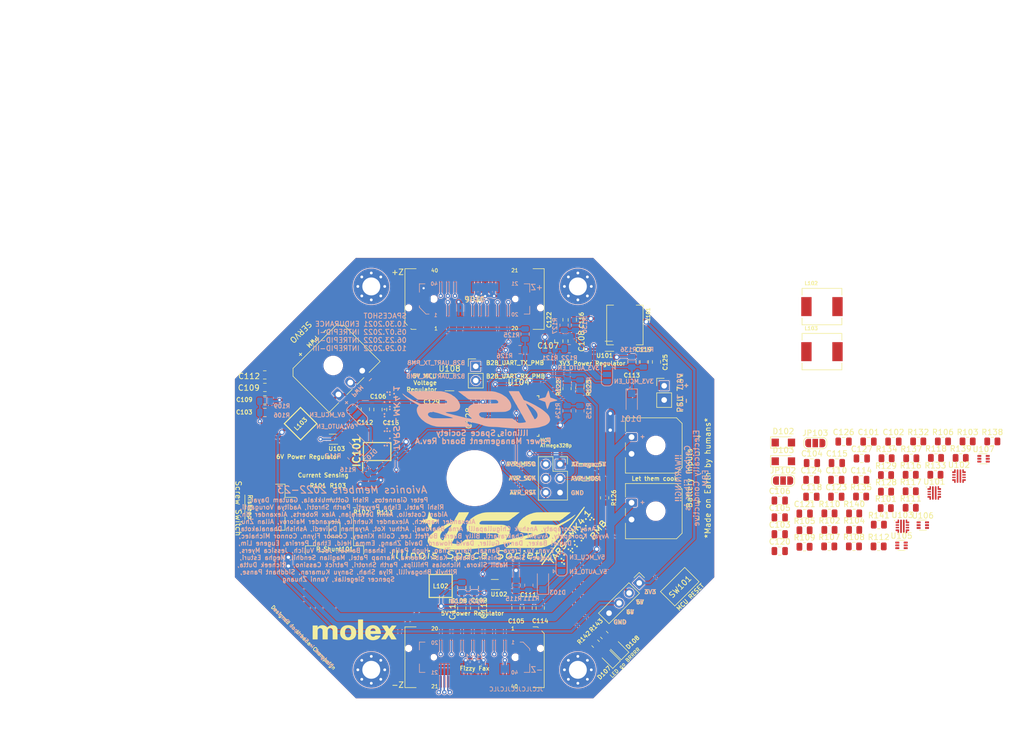
<source format=kicad_pcb>
(kicad_pcb (version 20211014) (generator pcbnew)
  (title_block (title "TARS MK4.1 Power Management Board") (date "2023-04-02") (rev "A") (company "Illinois Space Society") (comment 4 "Contributors: Peter Giannetos, Eisha Peyyeti, Danny Guller, Rishi Patel"))
  (layers (0 "F.Cu" signal) (31 "B.Cu" signal) (34 "B.Paste" user) (35 "F.Paste" user) (36 "B.SilkS" user "B.Silkscreen") (37 "F.SilkS" user "F.Silkscreen") (38 "B.Mask" user) (39 "F.Mask" user) (44 "Edge.Cuts" user))
  (net 0 "")
  (net 1 "Net-(C101-Pad1)")
  (net 2 "Net-(D101-Pad1)")
  (net 3 "Net-(D102-Pad1)")
  (net 4 "Net-(D103-Pad1)")
  (net 5 "Net-(C102-Pad1)")
  (net 6 "/VBAT")
  (net 7 "/LED_GREEN")
  (net 8 "Net-(C103-Pad1)")
  (net 9 "/LED_ORANGE")
  (net 10 "/PSU_RAW")
  (net 11 "/B2B_UART_TX_PMB")
  (net 12 "/B2B_UART_TX_TELEM")
  (net 13 "/B2B_UART_RX_TELEM")
  (net 14 "/B2B_UART_RX_PMB")
  (net 15 "/TEENSY_GPIO_1")
  (net 17 "Net-(IC101-Pad2)")
  (net 18 "Net-(JP102-Pad2)")
  (net 19 "/3V3")
  (net 20 "/B2B_SPI_SCK")
  (net 21 "/B2B_SPI_MOSI")
  (net 22 "/B2B_I2C_SDA")
  (net 23 "/B2B_I2C_SCL")
  (net 24 "/Teensy_3V3")
  (net 25 "/B2B_SERVO_PWM")
  (net 26 "/B2B_SPI_MISO")
  (net 27 "/RESERVED_1")
  (net 28 "/RESERVED_2")
  (net 29 "/RESERVED_3")
  (net 30 "/5V")
  (net 31 "/RESERVED_4")
  (net 32 "/TEENSY_SWITCH")
  (net 33 "Net-(JP103-Pad2)")
  (net 34 "Net-(JP104-Pad2)")
  (net 35 "Net-(L101-Pad2)")
  (net 36 "Net-(L102-Pad2)")
  (net 37 "Net-(L103-Pad2)")
  (net 38 "/B2B_RFM96W_RESET")
  (net 39 "/B2B_RFM96W_CS")
  (net 40 "/VBAT_RAW")
  (net 41 "Net-(R105-Pad1)")
  (net 42 "Net-(R106-Pad1)")
  (net 43 "Net-(IC101-Pad3)")
  (net 44 "/VBAT_CURRENT_SENSE")
  (net 46 "/6V")
  (net 47 "GND")
  (net 49 "/AVR_MISO")
  (net 50 "/AVR_SCK")
  (net 51 "/AVR_MOSI")
  (net 52 "/AVR_RST")
  (net 53 "/ATmega_5V")
  (net 54 "/3V3_EN")
  (net 55 "/5V_EN")
  (net 56 "/6V_EN")
  (net 57 "Net-(R104-Pad1)")
  (net 59 "/VBAT_SENSE")
  (net 60 "/5V_MCU_SENSE")
  (net 61 "/3V3_SENSE")
  (net 62 "/5V_SENSE")
  (net 63 "/6V_SENSE")
  (net 65 "/VBAT_3V")
  (net 66 "/VBAT_5V")
  (net 67 "/B2B_RFM96W_INT")
  (net 71 "/VBAT_3V3")
  (net 74 "/VBAT_6V")
  (net 75 "Net-(C129-Pad1)")
  (net 76 "Net-(D107-Pad2)")
  (net 77 "Net-(D108-Pad2)")
  (net 78 "Net-(JP101-Pad2)")
  (net 79 "Net-(R101-Pad2)")
  (net 80 "Net-(R102-Pad2)")
  (net 81 "Net-(R103-Pad2)")
  (net 82 "Net-(R107-Pad1)")
  (net 83 "Net-(R108-Pad1)")
  (net 84 "Net-(R109-Pad1)")
  (net 85 "/ILM _3V3")
  (net 86 "/ILM_5V")
  (net 87 "/ILM_6V")
  (net 88 "Net-(R116-Pad1)")
  (net 89 "Net-(R117-Pad1)")
  (net 90 "Net-(R118-Pad1)")
  (net 91 "Net-(R127-Pad1)")
  (net 92 "Net-(R128-Pad1)")
  (net 93 "Net-(R129-Pad1)")
  (net 94 "Net-(D104-Pad1)")
  (net 95 "Net-(D105-Pad1)")
  (net 96 "Net-(D106-Pad1)")
  (net 97 "/PG_3V")
  (net 99 "/PG_5V")
  (net 101 "/PG_6V")
  (footprint "Resistor_SMD:R_0805_2012Metric" (layer "F.Cu") (at 173.5624 96.452)
    (fp_text reference "R134")
    (fp_text value "270k")
  )
  (footprint "Diode_SMD:D_SMF" (layer "F.Cu") (at 155.1324 96.992)
    (fp_text reference "D103")
    (fp_text value " PTZTFTE255.1B")
  )
  (footprint "Capacitor_SMD:C_0805_2012Metric" (layer "F.Cu") (at 117.4496 71.7296 -90)
    (fp_text reference "C116")
    (fp_text value "22 uF")
  )
  (footprint "Connector_PinSocket_2.54mm:PinSocket_2x03_P2.54mm_Vertical" (layer "F.Cu") (at 115.26 97.505)
    (fp_text reference "J112" hide)
    (fp_text value "AVRISP")
  )
  (footprint "Logos_ISS:ISS_LOGO_extreme small" (layer "F.Cu") (at 103.720625 109.469264)
    (fp_text reference "G***" hide)
    (fp_text value "LOGO" hide)
  )
  (footprint "Capacitor_SMD:C_0805_2012Metric" (layer "F.Cu") (at 100.7872 89.4588 -90)
    (fp_text reference "C128")
    (fp_text value "100nF")
  )
  (footprint "Resistor_SMD:R_0805_2012Metric" (layer "F.Cu") (at 177.9724 96.452)
    (fp_text reference "R137")
    (fp_text value "20k")
  )
  (footprint "Resistor_SMD:R_0805_2012Metric" (layer "F.Cu") (at 158.9124 109.312)
    (fp_text reference "R105")
    (fp_text value "120k")
  )
  (footprint "Package_TO_SOT_SMD:SOT-563" (layer "F.Cu") (at 74.684765 93.044765 180)
    (fp_text reference "U103")
    (fp_text value "TI_TPS564247DRLR")
  )
  (footprint "Capacitor_SMD:C_0805_2012Metric" (layer "F.Cu") (at 80.5 87.7 -90)
    (fp_text reference "C112")
    (fp_text value "10uF")
  )
  (footprint "Resistor_SMD:R_0805_2012Metric" (layer "F.Cu") (at 123.22 103.5225 -90)
    (fp_text reference "R126")
    (fp_text value "10k")
  )
  (footprint "Inductor_TDK:IND_SPM6530T-2R2M-HZ" (layer "F.Cu") (at 162.021 69.3528)
    (fp_text reference "L102")
    (fp_text value "2.2 uH")
  )
  (footprint "Capacitor_SMD:C_0805_2012Metric" (layer "F.Cu") (at 154.4824 107.012)
    (fp_text reference "C105")
    (fp_text value "470uF")
  )
  (footprint "Package_TO_SOT_SMD:SOT-563" (layer "F.Cu") (at 176.2224 112.012)
    (fp_text reference "U105")
    (fp_text value "TI_TPS566242DRLR")
  )
  (footprint "Resistor_SMD:R_0805_2012Metric_Pad1.20x1.40mm_HandSolder" (layer "F.Cu") (at 75.13 103.72 90)
    (fp_text reference "R103")
    (fp_text value "5K")
  )
  (footprint "Jumper:SolderJumper-2_P1.3mm_Open_RoundedPad1.0x1.5mm" (layer "F.Cu") (at 74.99 109.17 90)
    (fp_text reference "JP101" hide)
    (fp_text value "Jumper_2_Open")
  )
  (footprint "Capacitor_SMD:C_0805_2012Metric" (layer "F.Cu") (at 109.56 123.21 -90)
    (fp_text reference "C111")
    (fp_text value "10uF")
  )
  (footprint "Capacitor_SMD:C_0805_2012Metric" (layer "F.Cu") (at 95.25 86.09)
    (fp_text reference "C129")
    (fp_text value "0.1uF")
  )
  (footprint "Capacitor_SMD:C_0805_2012Metric" (layer "F.Cu") (at 115.0366 75.5142 -90)
    (fp_text reference "C107")
    (fp_text value "22 uF")
  )
  (footprint "Resistor_SMD:R_0805_2012Metric" (layer "F.Cu") (at 173.4624 99.462)
    (fp_text reference "R129")
    (fp_text value "30k")
  )
  (footprint "Capacitor_SMD:C_0805_2012Metric" (layer "F.Cu") (at 164.5824 103.322)
    (fp_text reference "C123")
    (fp_text value "22 uF")
  )
  (footprint "Button_Switch_SMD:SW_SPST_FSMSM" (layer "F.Cu") (at 136.635 119.395 45)
    (fp_text reference "SW101")
    (fp_text value "SW_Push")
  )
  (footprint "Resistor_SMD:R_0805_2012Metric" (layer "F.Cu") (at 167.7724 106.302)
    (fp_text reference "R140")
    (fp_text value "TO-DO")
  )
  (footprint "Resistor_SMD:R_0805_2012Metric" (layer "F.Cu") (at 173.4624 102.412)
    (fp_text reference "R128")
    (fp_text value "30k")
  )
  (footprint "Capacitor_SMD:C_0805_2012Metric" (layer "F.Cu") (at 62.5348 81.5594 180)
    (fp_text reference "C112")
    (fp_text value "22 uF")
  )
  (footprint "Resistor_SMD:R_0805_2012Metric" (layer "F.Cu") (at 121.604765 129.574765 -45)
    (fp_text reference "R142")
    (fp_text value "150")
  )
  (footprint "Resistor_SMD:R_0805_2012Metric" (layer "F.Cu") (at 118.796 83.8945 90)
    (fp_text reference "R123")
    (fp_text value "100k")
  )
  (footprint "Jumper:SolderJumper-3_P1.3mm_Open_RoundedPad1.0x1.5mm" (layer "F.Cu") (at 160.8324 93.742)
    (fp_text reference "JP103")
    (fp_text value "SolderJumper_3_Open")
  )
  (footprint "LED_SMD:LED_0805_2012Metric" (layer "F.Cu") (at 125.674765 130.594765 135)
    (fp_text reference "D108")
    (fp_text value "ORANGE")
  )
  (footprint "Resistor_SMD:R_0805_2012Metric" (layer "F.Cu") (at 116.51 83.998 -90)
    (fp_text reference "R122")
    (fp_text value "200k")
  )
  (footprint "Capacitor_SMD:C_0805_2012Metric" (layer "F.Cu") (at 117.4242 75.5142 -90)
    (fp_text reference "C108")
    (fp_text value "22 uF")
  )
  (footprint "Diode_SMD:D_SMF" (layer "F.Cu") (at 155.1324 93.642)
    (fp_text reference "D102")
    (fp_text value " PTZTFTE255.1B")
  )
  (footprint "Capacitor_SMD:C_0805_2012Metric" (layer "F.Cu") (at 85.05 87.75 -90)
    (fp_text reference "C115")
    (fp_text value "0.1uF")
  )
  (footprint "Capacitor_SMD:C_0805_2012Metric" (layer "F.Cu") (at 158.9324 106.332)
    (fp_text reference "C121")
    (fp_text value "10uF")
  )
  (footprint "Connector_Molex_BTB:Molex_SlimStack_Receptacle_2091680401_2x20_P0.635mm" (layer "F.Cu") (at 100 68 180)
    (fp_text reference "J106")
    (fp_text value "Molex_SlimStack_2091680401_2x20_P0.635mm")
  )
  (footprint "Capacitor_SMD:C_0805_2012Metric" (layer "F.Cu") (at 169.1324 96.482)
    (fp_text reference "C127")
    (fp_text value "0.1uF")
  )
  (footprint "Resistor_SMD:R_0805_2012Metric" (layer "F.Cu") (at 183.6224 93.442)
    (fp_text reference "R106")
    (fp_text value "105k")
  )
  (footprint "Capacitor_SMD:C_0805_2012Metric" (layer "F.Cu") (at 97.7 119.54 90)
    (fp_text reference "C108")
    (fp_text value "22 uF")
  )
  (footprint "Capacitor_SMD:C_0805_2012Metric" (layer "F.Cu") (at 97.7138 123.2408 -90)
    (fp_text reference "C117")
    (fp_text value "22 uF")
  )
  (footprint "Package_TO_SOT_SMD:SOT-563" (layer "F.Cu") (at 123.96 76.44 180)
    (fp_text reference "U101")
    (fp_text value "TI_TPS564247DRLR")
  )
  (footprint "Package_TO_SOT_SMD:SOT-23-5" (layer "F.Cu") (at 95.53 82.84)
    (fp_text reference "U108")
    (fp_text value "LK112M50TR")
  )
  (footprint "Capacitor_SMD:C_0805_2012Metric" (layer "F.Cu") (at 115.0366 71.7042 -90)
    (fp_text reference "C122")
    (fp_text value "22 uF")
  )
  (footprint "Capacitor_SMD:C_0805_2012Metric" (layer "F.Cu") (at 82.75 87.75 -90)
    (fp_text reference "C106")
    (fp_text value "10uF")
  )
  (footprint "Resistor_SMD:R_0805_2012Metric_Pad1.20x1.40mm_HandSolder" (layer "F.Cu") (at 82.7 104.54 180)
    (fp_text reference "R113")
    (fp_text value "5K")
  )
  (footprint "Inductor_TDK:IND_SPM6530T-3R3M-HZ" (layer "F.Cu") (at 162.021 77.4028)
    (fp_text reference "L103")
    (fp_text value "3.3 uH")
  )
  (footprint "Capacitor_SMD:C_0805_2012Metric" (layer "F.Cu") (at 174.7824 93.472)
    (fp_text reference "C102")
    (fp_text value "5.1nF")
  )
  (footprint "Resistor_SMD:R_0805_2012Metric" (layer "F.Cu") (at 188.0324 93.442)
    (fp_text reference "R103")
    (fp_text value "470k")
  )
  (footprint "Connector_PinHeader_2.54mm:PinHeader_1x04_P2.54mm_Vertical" (layer "F.Cu") (at 129.397006 118.732994 -45)
    (fp_text reference "J108" hide)
    (fp_text value "Conn_01x04")
  )
  (footprint "Capacitor_SMD:C_0805_2012Metric" (layer "F.Cu") (at 107.395 123.21 -90)
    (fp_text reference "C105")
    (fp_text value "10uF")
  )
  (footprint "Capacitor_SMD:C_0805_2012Metric" (layer "F.Cu") (at 154.4824 110.022)
    (fp_text reference "C103")
    (fp_text value "5.1nF")
  )
  (footprint "Capacitor_SMD:C_0805_2012Metric" (layer "F.Cu") (at 62.5525 88.26 180)
    (fp_text reference "C103")
    (fp_text value "22 uF")
  )
  (footprint "Capacitor_SMD:C_0805_2012Metric" (layer "F.Cu") (at 160.2324 97.302)
    (fp_text reference "C104")
    (fp_text value "470uF")
  )
  (footprint "Package_VQFN:VQFN-HR-RPW0010A" (layer "F.Cu") (at 186.4874 99.642)
    (fp_text reference "U102")
    (fp_text value "TPS25947")
  )
  (footprint "Resistor_SMD:R_0805_2012Metric" (layer "F.Cu") (at 177.8724 105.302)
    (fp_text reference "R111")
    (fp_text value "560")
  )
  (footprint "Capacitor_SMD:C_0805_2012Metric" (layer "F.Cu") (at 130.295 79.24 -90)
    (fp_text reference "C119")
    (fp_text value "10uF")
  )
  (footprint "Package_TO_SOT_SMD:SOT-563" (layer "F.Cu") (at 190.8724 96.542)
    (fp_text reference "U107")
    (fp_text value "TI_TPS566242DRLR")
  )
  (footprint "Connector_PinHeader_2.54mm:PinHeader_1x02_P2.54mm_Vertical" (layer "F.Cu") (at 133.85 83.5)
    (fp_text reference "J105" hide)
    (fp_text value "Conn_01x02")
  )
  (footprint "Capacitor_SMD:C_0805_2012Metric" (layer "F.Cu") (at 154.4824 104.002)
    (fp_text reference "C106")
    (fp_text value "470uF")
  )
  (footprint "Connector_Molex:Molex_Micro-Fit_3.0_43650-0200_1x02_P3.00mm_Horizontal" (layer "F.Cu") (at 128.03 104.4 -90)
    (fp_text reference "J103" hide)
    (fp_text value "Molex Micro-Fit 436500200")
  )
  (footprint "Capacitor_SMD:C_0805_2012Metric" (layer "F.Cu") (at 132.48 79.24 -90)
    (fp_text reference "C125")
    (fp_text value "0.1uF")
  )
  (footprint "Package_VQFN:VQFN-HR-RPW0010A" (layer "F.Cu") (at 176.3874 108.612)
    (fp_text reference "U103")
    (fp_text value "TPS25947")
  )
  (footprint "Capacitor_SMD:C_0805_2012Metric" (layer "F.Cu") (at 99.9998 123.2408 -90)
    (fp_text reference "C111")
    (fp_text value "22 uF")
  )
  (footprint "Jumper:SolderJumper-3_P1.3mm_Open_RoundedPad1.0x1.5mm" (layer "F.Cu") (at 155.0824 100.442)
    (fp_text reference "JP102")
    (fp_text value "SolderJumper_3_Open")
  )
  (footprint "Connector_Molex_BTB:Molex_SlimStack_Receptacle_2091680401_2x20_P0.635mm" (layer "F.Cu") (at 100.000003 131.99999)
    (fp_text reference "J107" hide)
    (fp_text value "Molex_SlimStack_2091680401_2x20_P0.635mm")
  )
  (footprint "Package_QFP:TQFP-32_7x7mm_P0.8mm" (layer "F.Cu") (at 107.86 88.91)
    (fp_text reference "U104")
    (fp_text value "ATmega328PB-A")
  )
  (footprint "Capacitor_SMD:C_0805_2012Metric" (layer "F.Cu") (at 154.4824 113.032)
    (fp_text reference "C120")
    (fp_text value "10uF")
  )
  (footprint "Capacitor_SMD:C_0805_2012Metric" (layer "F.Cu") (at 111.725 123.21 -90)
    (fp_text reference "C114")
    (fp_text value "0.1uF")
  )
  (footprint "Capacitor_SMD:C_0805_2012Metric" (layer "F.Cu") (at 99.96 119.54 90)
    (fp_text reference "C102")
    (fp_text value "22 uF")
  )
  (footprint "Resistor_SMD:R_0805_2012Metric_Pad1.20x1.40mm_HandSolder" (layer "F.Cu") (at 78.55 104.55)
    (fp_text reference "R102")
    (fp_text value "1K")
  )
  (footprint "Resistor_SMD:R_0805_2012Metric" (layer "F.Cu") (at 192.4424 93.442)
    (fp_text reference "R138")
    (fp_text value "20k")
  )
  (footprint "Resistor_SMD:R_0805_2012Metric" (layer "F.Cu") (at 158.9124 112.262)
    (fp_text reference "R109")
    (fp_text value "390k")
  )
  (footprint "Resistor_SMD:R_0805_2012Metric" (layer "F.Cu") (at 163.3624 106.302)
    (fp_text reference "R110")
    (fp_text value "560")
  )
  (footprint "Inductor_WE_MAPI:1.8_74438356018" (layer "F.Cu") (at 93.8918 119.2954 90)
    (fp_text reference "L102")
    (fp_text value "1.8 uH" hide)
  )
  (footprint "Resistor_SMD:R_0805_2012Metric" (layer "F.Cu") (at 163.3224 112.202)
    (fp_text reference "R107")
    (fp_text value "390k")
  )
  (footprint "Resistor_SMD:R_0805_2012Metric" (layer "F.Cu") (at 167.7324 112.202)
    (fp_text reference "R108")
    (fp_text value "390k")
  )
  (footprint "Resistor_SMD:R_0805_2012Metric" (layer "F.Cu") (at 167.7724 109.252)
    (fp_text reference "R104")
    (fp_text value "120k")
  )
  (footprint "Connector_Molex:Molex_CLIK-Mate_502494-0270_1x02-1MP_P2.00mm_Horizontal" (layer "F.Cu") (at 64.25 105.2 -90)
    (fp_text reference "J102" hide)
    (fp_text value "Molex Micro-Lock 5055780271")
  )
  (footprint "Resistor_SMD:R_0805_2012Metric" (layer "F.Cu") (at 169.0124 103.292)
    (fp_text reference "R135")
    (fp_text value "30k")
  )
  (footprint "Package_TO_SOT_SMD:SOT-563" (layer "F.Cu") (at 180.0324 108.402)
    (fp_text reference "U106")
    (fp_text value "TI_TPS566242DRLR")
  )
  (footprint "Inductor_TDK:IND_SPM6530T-2R2M-HZ" (layer "F.Cu") (at 126.84 72.64 -90)
    (fp_text reference "L101")
    (fp_text value "2.2 uH")
  )
  (footprint "memes:MK4 braille" (layer "F.Cu") (at 118.440625 111.2325 53.4)
    (fp_text reference "G***" hide)
    (fp_text value "LOGO" hide)
  )
  (footprint "Capacitor_SMD:C_0805_2012Metric" (layer "F.Cu") (at 170.3324 93.472)
    (fp_text reference "C101")
    (fp_text value "5.1nF")
  )
  (footprint "Package_TO_SOT_SMD:TO-263-2_TabPin1" (layer "F.Cu") (at 75.000002 115.050011 -90)
    (fp_text reference "R_Shunt101")
    (fp_text value "0.1")
  )
  (footprint "Resistor_SMD:R_0805_2012Metric" (layer "F.Cu") (at 186.7924 96.392)
    (fp_text reference "R139")
    (fp_text value "TO-DO")
  )
  (footprint "Capacitor_SMD:C_0805_2012Metric" (layer "F.Cu") (at 62.5602 83.7946 180)
    (fp_text reference "C109")
    (fp_text value "22 uF")
  )
  (footprint "Capacitor_SMD:C_0805_2012Metric" (layer "F.Cu") (at 165.8824 93.472)
    (fp_text reference "C126")
    (fp_text value "0.1uF")
  )
  (footprint "Capacitor_SMD:C_0805_2012Metric" (layer "F.Cu") (at 164.5824 100.312)
    (fp_text reference "C110")
    (fp_text value "22 uF")
  )
  (footprint "Package_TO_SOT_SMD:SOT-563" (layer "F.Cu") (at 103.61 119 180)
    (fp_text reference "U102")
    (fp_text value "TI_TPS564247DRLR")
  )
  (footprint "Resistor_SMD:R_0805_2012Metric_Pad1.20x1.40mm_HandSolder" (layer "F.Cu") (at 72.48 103.72 90)
    (fp_text reference "R101")
    (fp_text value "1K")
  )
  (footprint "Capacitor_SMD:C_0805_2012Metric" (layer "F.Cu") (at 160.1324 100.312)
    (fp_text reference "C124")
    (fp_text value "22 uF")
  )
  (footprint "Resistor_SMD:R_0805_2012Metric" (layer "F.Cu") (at 182.3824 96.392)
    (fp_text reference "R118")
    (fp_text value "120k")
  )
  (footprint "Capacitor_SMD:C_0805_2012Metric" (layer "F.Cu") (at 62.5525 86.03 180)
    (fp_text reference "C109")
    (fp_text value "22 uF")
  )
  (footprint "Connector_Molex:Molex_Micro-Fit_3.0_43650-0300_1x03_P3.00mm_Horizontal" (layer "F.Cu") (at 75.695894 85.048534 45)
    (fp_text reference "J101" hide)
    (fp_text value "Molex Micro-Fit 436500300")
  )
  (footprint "Connector_PinHeader_2.54mm:PinHeader_1x02_P2.54mm_Vertical" (layer "F.Cu") (at 100.21 80.025)
    (fp_text reference "J109" hide)
    (fp_text value "Conn_01x02")
  )
  (footprint "Resistor_SMD:R_0805_2012Metric" (layer "F.Cu") (at 172.1824 108.312)
    (fp_text reference "R141")
    (fp_text value "TO-DO")
  )
  (footprint "Capacitor_SMD:C_0805_2012Metric" (layer "F.Cu") (at 169.0324 100.312)
    (fp_text reference "C114")
    (fp_text value "10uF")
  )
  (footprint "Inductor_WE_MAPI:2.2_74438356022" (layer "F.Cu") (at 68.93 90.27 -45)
    (fp_text reference "L103")
    (fp_text value "2.2 uH" hide)
  )
  (footprint "Resistor_SMD:R_0805_2012Metric" (layer "F.Cu") (at 163.3624 109.252)
    (fp_text reference "R102")
    (fp_text value "470k")
  )
  (footprint "Logos_ISS:MOLEX" (layer "F.Cu") (at 78.59 127.11)
    (fp_text reference "G***" hide)
    (fp_text value "LOGO" hide)
  )
  (footprint "Capacitor_SMD:C_0805_2012Metric" (layer "F.Cu") (at 128.11 79.24 -90)
    (fp_text reference "C113")
    (fp_text value "10uF")
  )
  (footprint "Connector_Molex:Molex_Micro-Fit_3.0_43650-0200_1x02_P3.00mm_Horizontal" (layer "F.Cu") (at 128.03 92.664 -90)
    (fp_text reference "J104" hide)
    (fp_text value "Molex Micro-Fit 436500200")
  )
  (footprint "Resistor_SMD:R_0805_2012Metric" (layer "F.Cu") (at 177.8724 99.402)
    (fp_text reference "R116")
    (fp_text value "120k")
  )
  (footprint "Resistor_SMD:R_0805_2012Metric" (layer "F.Cu") (at 173.4224 105.362)
    (fp_text reference "R101")
    (fp_text value "470k")
  )
  (footprint "Package_VQFN:VQFN-HR-RPW0010A" (layer "F.Cu") (at 182.0774 102.652)
    (fp_text reference "U101")
    (fp_text value "TPS25947")
  )
  (footprint "Resistor_SMD:R_0805_2012Metric" (layer "F.Cu") (at 172.1424 112.202)
    (fp_text reference "R112")
    (fp_text value "560")
  )
  (footprint "Capacitor_SMD:C_0805_2012Metric" (layer "F.Cu") (at 164.6824 97.302)
    (fp_text reference "C115")
    (fp_text value "10uF")
  )
  (footprint "Resistor_SMD:R_0805_2012Metric" (layer "F.Cu") (at 179.2124 93.442)
    (fp_text reference "R132")
    (fp_text value "220k")
  )
  (footprint "Resistor_SMD:R_0805_2012Metric" (layer "F.Cu") (at 182.2824 99.402)
    (fp_text reference "R133")
    (fp_text value "30k")
  )
  (footprint "LED_SMD:LED_0805_2012Metric" (layer "F.Cu") (at 124.161962 132.141962 135)
    (fp_text reference "D107")
    (fp_text value "GREEN")
  )
  (footprint "Amplifier_Operational_Analog:Analog_LT1001_CS8" (layer "F.Cu") (at 82.6 95.25 90)
    (fp_text reference "IC101")
    (fp_text value "LT1001CS8#PBF" hide)
  )
  (footprint "Resistor_SMD:R_0805_2012Metric" (layer "F.Cu") (at 123.164765 128.034765 -45)
    (fp_text reference "R143")
    (fp_text value "150")
  )
  (footprint "Capacitor_SMD:C_0805_2012Metric" (layer "F.Cu") (at 160.1324 103.322)
    (fp_text reference "C118")
    (fp_text value "22 uF")
  )
  (footprint "Resistor_SMD:R_0805_2012Metric" (layer "F.Cu") (at 177.8724 102.352)
    (fp_text reference "R117")
    (fp_text value "120k")
  )
  (footprint "Logos_ISS:ISS_LOGO_extreme small" (layer "B.Cu") (at 101.38 87.83 180)
    (fp_text reference "G***" hide)
    (fp_text value "LOGO" hide)
  )
  (footprint "Resistor_SMD:R_0805_2012Metric" (layer "B.Cu") (at 115.98 72.68 90)
    (fp_text reference "R127")
    (fp_text value "30k")
  )
  (footprint "Resistor_SMD:R_0805_2012Metric" (layer "B.Cu") (at 109.69 119.14 90)
    (fp_text reference "R111")
    (fp_text value "30k")
  )
  (footprint "Diode_SMD:D_SMF" (layer "B.Cu") (at 128.06 86.35 -90)
    (fp_text reference "D101")
    (fp_text value " PTZTFTE255.1B")
  )
  (footprint "Resistor_SMD:R_0805_2012Metric" (layer "B.Cu") (at 108.1075 77.04 180)
    (fp_text reference "R126")
    (fp_text value "100k")
  )
  (footprint "Resistor_SMD:R_0805_2012Metric" (layer "B.Cu") (at 107.44 119.14 90)
    (fp_text reference "R115")
    (fp_text value "20k")
  )
  (footprint "MountingHole:MountingHole_3.2mm_M3_Pad_Via" (layer "B.Cu") (at 118.442536 134.247282 180)
    (fp_text reference "REF**" hide)
    (fp_text value "MountingHole_3.2mm_M3_Pad_Via")
  )
  (footprint "Resistor_SMD:R_0805_2012Metric" (layer "B.Cu") (at 118.02 72.68 90)
    (fp_text reference "R130")
    (fp_text value "135k")
  )
  (footprint "MountingHole:MountingHole_3.2mm_M3_Pad_Via" (layer "B.Cu") (at 81.557464 134.247282 180)
    (fp_text reference "REF**" hide)
    (fp_text value "MountingHole_3.2mm_M3_Pad_Via")
  )
  (footprint "Resistor_SMD:R_0805_2012Metric" (layer "B.Cu") (at 99.95 119.56 90)
    (fp_text reference "R105")
    (fp_text value "30k")
  )
  (footprint "Connector_Molex_BTB:Molex_SlimStack_Plug_550910474_2x20_P0.365mm" (layer "B.Cu") (at 100.000003 67.990009)
    (fp_text reference "J110")
    (fp_text value "Molex_SlimStack_Plug_550910474_2x20_P0.365mm")
  )
  (footprint "memes:MK4 braille" (layer "B.Cu") (at 84.385868 89.437912 90)
    (fp_text reference "G***" hide)
    (fp_text value "LOGO" hide)
  )
  (footprint "Diode_SMD:D_SMF" (layer "B.Cu") (at 79.314695 93.874695 135)
    (fp_text reference "D102")
    (fp_text value " PTZTFTE255.1B")
  )
  (footprint "Resistor_SMD:R_0805_2012Metric" (layer "B.Cu") (at 130.12 79.24 90)
    (fp_text reference "R131")
    (fp_text value "30k")
  )
  (footprint "MountingHole:MountingHole_3.2mm_M3_Pad_Via" (layer "B.Cu") (at 81.557464 65.752718 180)
    (fp_text reference "REF**" hide)
    (fp_text value "MountingHole_3.2mm_M3_Pad_Via")
  )
  (footprint "Resistor_SMD:R_0805_2012Metric" (layer "B.Cu") (at 128.07 79.24 90)
    (fp_text reference "R136")
    (fp_text value "20k")
  )
  (footprint "Resistor_SMD:R_0805_2012Metric" (layer "B.Cu") (at 80.48993 98.43993 -45)
    (fp_text reference "R116")
    (fp_text value "20k")
  )
  (footprint "Jumper:SolderJumper-3_P1.3mm_Open_RoundedPad1.0x1.5mm" (layer "B.Cu") (at 79.03 88.64 135)
    (fp_text reference "JP104" hide)
    (fp_text value "SolderJumper_3_Open")
  )
  (footprint "MountingHole:MountingHole_3.2mm_M3_Pad_Via" (layer "B.Cu") (at 118.442536 65.752718 180)
    (fp_text reference "REF**" hide)
    (fp_text value "MountingHole_3.2mm_M3_Pad_Via")
  )
  (footprint "Resistor_SMD:R_0805_2012Metric" (layer "B.Cu") (at 113.462 76.886)
    (fp_text reference "R121")
    (fp_text value "100k")
  )
  (footprint "Resistor_SMD:R_0805_2012Metric" (layer "B.Cu") (at 116.57 83.37 -90)
    (fp_text reference "R124")
    (fp_text value "100k")
  )
  (footprint "Connector_Molex_BTB:Molex_SlimStack_Plug_550910474_2x20_P0.365mm" (layer "B.Cu") (at 100.000003 131.99999 180)
    (fp_text reference "J111")
    (fp_text value "Molex_SlimStack_Plug_550910474_2x20_P0.365mm")
  )
  (footprint "Resistor_SMD:R_0805_2012Metric" (layer "B.Cu") (at 118.81 87.98 -90)
    (fp_text reference "R125")
    (fp_text value "100k")
  )
  (footprint "Resistor_SMD:R_0805_2012Metric" (layer "B.Cu") (at 109.0195 74.26 -90)
    (fp_text reference "R125")
    (fp_text value "100k")
  )
  (footprint "Resistor_SMD:R_0805_2012Metric" (layer "B.Cu") (at 62.5725 86.27)
    (fp_text reference "R109")
    (fp_text value "270k")
  )
  (footprint "Resistor_SMD:R_0805_2012Metric" (layer "B.Cu") (at 97.74 119.56 90)
    (fp_text reference "R108")
    (fp_text value "220k")
  )
  (footprint "Resistor_SMD:R_0805_2012Metric" (layer "B.Cu") (at 116.51 87.98 90)
    (fp_text reference "R124")
    (fp_text value "100k")
  )
  (footprint "Jumper:SolderJumper-3_P1.3mm_Open_RoundedPad1.0x1.5mm" (layer "B.Cu") (at 123.6375 81.48 -90)
    (fp_text reference "JP101" hide)
    (fp_text value "SolderJumper_3_Open")
  )
  (footprint "Resistor_SMD:R_0805_2012Metric" (layer "B.Cu") (at 62.5725 88.29)
    (fp_text reference "R106")
    (fp_text value "30k")
  )
  (footprint "Resistor_SMD:R_0805_2012Metric" (layer "B.Cu") (at 118.83 83.37 90)
    (fp_text reference "R123")
    (fp_text value "100k")
  )
  (footprint "Resistor_SMD:R_0805_2012Metric" (layer "B.Cu") (at 116.9145 76.886)
    (fp_text reference "R122")
    (fp_text value "100k")
  )
  (footprint "Jumper:SolderJumper-3_P1.3mm_Open_RoundedPad1.0x1.5mm" (layer "B.Cu") (at 115.53 115.43 90)
    (fp_text reference "JP103" hide)
    (fp_text value "SolderJumper_3_Open")
  )
  (footprint "Resistor_SMD:R_0805_2012Metric" (layer "B.Cu") (at 77.99993 95.96993 135)
    (fp_text reference "R112")
    (fp_text value "30k")
  )
  (footprint "Diode_SMD:D_SMF" (layer "B.Cu") (at 112.21 118.48 90)
    (fp_text reference "D103")
    (fp_text value " PTZTFTE255.1B")
  )
  (gr_line (start 119.319375 105.5575) (end 112.040625 115.4225) (layer "F.SilkS") (width 0.2))
  (gr_line (start 119.583425 105.2069) (end 112.040625 115.4225) (layer "F.SilkS") (width 0.2))
  (gr_line locked (start 78.712663 60.47) (end 57.011885 82.19374) (layer "Edge.Cuts") (width 0.01))
  (gr_circle locked (center 100 100) (end 104.8125 100) (layer "Edge.Cuts") (width 0.01) (fill none))
  (gr_line locked (start 121.287337 139.53) (end 142.988115 117.80626) (layer "Edge.Cuts") (width 0.01))
  (gr_line locked (start 121.287337 139.53) (end 78.712663 139.53) (layer "Edge.Cuts") (width 0.01))
  (gr_line locked (start 142.988115 82.19374) (end 121.287337 60.47) (layer "Edge.Cuts") (width 0.01))
  (gr_line locked (start 142.988115 117.80626) (end 142.988115 82.19374) (layer "Edge.Cuts") (width 0.01))
  (gr_line locked (start 57.011885 82.19374) (end 57.011885 117.80626) (layer "Edge.Cuts") (width 0.01))
  (gr_line locked (start 57.011885 117.80626) (end 78.712663 139.53) (layer "Edge.Cuts") (width 0.01))
  (gr_line locked (start 121.287337 60.47) (end 78.712663 60.47) (layer "Edge.Cuts") (width 0.01))
  (gr_text "+Z" (at 111.1125 65.90875) (layer "B.SilkS") (effects (font (size 1 1)) (justify mirror)))
  (gr_text "-Z" (at 111.125 134.2275) (layer "B.SilkS") (effects (font (size 1 1)) (justify mirror)))
  (gr_text "3V3_MCU_EN" (at 128.44 82.71) (layer "B.SilkS") (effects (font (size 0.75 0.75)) (justify mirror)))
  (gr_text "5V\n" (at 129.46 122.15) (layer "B.SilkS") (effects (font (size 0.75 0.75)) (justify mirror)))
  (gr_text "Illinois Space Society" (at 101.38 91.94) (layer "B.SilkS") (effects (font (size 1 1) (thickness 0.2)) (justify mirror)))
  (gr_text "-\n" (at 137.74 86.21 90) (layer "B.SilkS") (effects (font (size 0.75 0.75)) (justify mirror)))
  (gr_text "GND" (at 118.35 102.64) (layer "B.SilkS") (effects (font (size 0.75 0.75)) (justify mirror)))
  (gr_text "+" (at 129.98 104.29) (layer "B.SilkS") (effects (font (size 0.75 0.75)) (justify mirror)))
  (gr_text "6V_MCU_EN" (at 73.71 88.69) (layer "B.SilkS") (effects (font (size 0.75 0.75)) (justify mirror)))
  (gr_text "3V3_AUTO_EN" (at 118.57 80.31) (layer "B.SilkS") (effects (font (size 0.75 0.75)) (justify mirror)))
  (gr_text "AVR_MISO" (at 108.28 97.49) (layer "B.SilkS") (effects (font (size 0.75 0.75)) (justify mirror)))
  (gr_text "TARS-MK4.1" (at 86.035 89.255 270) (layer "B.SilkS") (effects (font (size 1 1.25) (thickness 0.2) italic) (justify mirror)))
  (gr_text "1" (at 93.0425 70.87875) (layer "B.SilkS") (effects (font (size 0.65 0.65) (thickness 0.12)) (justify mirror)))
  (gr_text "Designed in Shampoo Banana" (at 69.44 128.48 -45) (layer "B.SilkS") (effects (font (size 0.65 0.65) (thickness 0.13)) (justify mirror)))
  (gr_text "40" (at 107.145 134.7375) (layer "B.SilkS") (effects (font (size 0.65 0.65) (thickness 0.12)) (justify mirror)))
  (gr_text "AVR_SCK" (at 108.53 100.02) (layer "B.SilkS") (effects (font (size 0.75 0.75)) (justify mirror)))
  (gr_text "20\n" (at 92.855 129.4175) (layer "B.SilkS") (effects (font (size 0.65 0.65) (thickness 0.12)) (justify mirror)))
  (gr_text "Peter Giannetos, Rishi Gottumukkala, Gautam Dayal,\nRishi Patel, Eisha Peyyeti, Parth Shrotri, Aaditya Voruganti,  \nAidan Costello, Akhil Devarajan, Alex Roberts, Alexander Jin,   \nAlexander Kaplich, Alexander Kuehnle, Alexander Maiorov, Allan Zhu,           \nAnay Koorapaty, Anshuk Chigullapalli, Arna Bhardwaj, Arthur Kot, Aryaman Dwivedi, Ashish Dhanalakota,                                              \nAvyay Koorapaty, Ayushi Chakravarti, Billy Buerk, Buffett Lee, Colin Kinsey, Connor Flynn, Connor Michalec,                                                  \n Daniel Baker, Danny Guller, David Howard, David Zhang, Emma Held, Ethan Pereira, Eugene Lim,                                        \nEvan Yu, Freya Bansal, Harry Zhao, Hugh Palin, Ishaan Bansal, Jack Vulich, Jessica Myers,                                  \nJusjeev Singh, Shishir Bhatta, Kabir Cheema, Karnap Patel, Magilan Sendhil, Megha Esturi,                                  \nNabil Sikora, Nicholas Phillips, Parth Shrotri, Patrick Cassino,  Richeek Dutta,                    \nRithvik Bhogavilli, Riya Shah, Sanyu Kumaran, Siddhant Panse,      \nSpencer Siegellak, Yanni Zhuang" (at 75.71 110.99) (layer "B.SilkS") (effects (font (size 0.8 0.8) (thickness 0.16)) (justify mirror)))
  (gr_text "AVR_RST" (at 108.619286 102.58) (layer "B.SilkS") (effects (font (size 0.75 0.75)) (justify mirror)))
  (gr_text "+" (at 129.99 92.56) (layer "B.SilkS") (effects (font (size 0.75 0.75)) (justify mirror)))
  (gr_text "PWM" (at 79.07 84.42 -135) (layer "B.SilkS") (effects (font (size 0.75 0.75)) (justify mirror)))
  (gr_text "6V" (at 127.78 123.93) (layer "B.SilkS") (effects (font (size 0.75 0.75)) (justify mirror)))
  (gr_text "SPACESHOT\n10.30.2021 ENDURANCE\n05.07.2022 INTREPID-I\n06.23.2022 INTREPID-II\n10.29.2022 INTREPID-III" (at 87.96 73.91) (layer "B.SilkS") (effects (font (size 0.9 0.9)) (justify left mirror)))
  (gr_text "Power Management Board Rev.A" (at 101.524994 93.385005) (layer "B.SilkS") (effects (font (size 1 1) (thickness 0.2)) (justify mirror)))
  (gr_text "B2B_UART_TX_PMB" (at 93.14 79.41) (layer "B.SilkS") (effects (font (size 0.75 0.75)) (justify mirror)))
  (gr_text "-" (at 81.42 82.45 -135) (layer "B.SilkS") (effects (font (size 0.75 0.75)) (justify mirror)))
  (gr_text "40" (at 92.7725 65.28875) (layer "B.SilkS") (effects (font (size 0.65 0.65) (thickness 0.12)) (justify mirror)))
  (gr_text "21" (at 107.1625 65.25875) (layer "B.SilkS") (effects (font (size 0.65 0.65) (thickness 0.12)) (justify mirror)))
  (gr_text "!!WARNING!!\nCarbon Fiber is\nElectrically Conductive\nEBM" (at 138.8 100 90) (layer "B.SilkS") (effects (font (size 1 1)) (justify mirror)))
  (gr_text "ATmega_5V" (at 120.38 97.51) (layer "B.SilkS") (effects (font (size 0.75 0.75)) (justify mirror)))
  (gr_text "JLCJLCJLCJLCJLC" (at 107.435 137.7075) (layer "B.SilkS") (effects (font (size 0.75 0.75) (thickness 0.12)) (justify mirror)))
  (gr_text "PSU 7.4V" (at 136.75 84.71 90) (layer "B.SilkS") (effects (font (size 1 1)) (justify mirror)))
  (gr_text "1" (at 106.845 129.3375) (layer "B.SilkS") (effects (font (size 0.65 0.65) (thickness 0.12)) (justify mirror)))
  (gr_text "B2B_UART_RX_PMB" (at 93.050715 81.8) (layer "B.SilkS") (effects (font (size 0.75 0.75)) (justify mirror)))
  (gr_text "5V_AUTO_EN" (at 120.2975 116.72) (layer "B.SilkS") (effects (font (size 0.75 0.75)) (justify mirror)))
  (gr_text "20" (at 107.1825 70.77875) (layer "B.SilkS") (effects (font (size 0.65 0.65) (thickness 0.12)) (justify mirror)))
  (gr_text "3V3" (at 131.39 120.32) (layer "B.SilkS") (effects (font (size 0.75 0.75)) (justify mirror)))
  (gr_text "AVR_MOSI" (at 119.87 100.09) (layer "B.SilkS") (effects (font (size 0.75 0.75)) (justify mirror)))
  (gr_text "GND" (at 126.01 125.74) (layer "B.SilkS") (effects (font (size 0.75 0.75)) (justify mirror)))
  (gr_text "6V_AUTO_EN" (at 75.14 90.78) (layer "B.SilkS") (effects (font (size 0.75 0.75)) (justify mirror)))
  (gr_text "Avionics Members 2022-23" (at 78.19 102.08) (layer "B.SilkS") (effects (font (size 1.27 1.27) (thickness 0.19) italic) (justify mirror)))
  (gr_text "21" (at 92.825 134.7375) (layer "B.SilkS") (effects (font (size 0.65 0.65) (thickness 0.12)) (justify mirror)))
  (gr_text "5V_MCU_EN" (at 120.101071 114.13) (layer "B.SilkS") (effects (font (size 0.75 0.75)) (justify mirror)))
  (gr_text "+" (at 77.1 86.47 45) (layer "B.SilkS") (effects (font (size 0.75 0.75)) (justify mirror)))
  (gr_text "+" (at 137.76 83.45 90) (layer "B.SilkS") (effects (font (size 0.75 0.75)) (justify mirror)))
  (gr_text "Let them cook" (at 132.14 100.08) (layer "F.SilkS") (effects (font (size 0.75 0.75))))
  (gr_text "Illinois Space Society" (at 98.850625 113.7125) (layer "F.SilkS") (effects (font (size 1.4 1.7) (thickness 0.2) italic)))
  (gr_text "-\n" (at 137.76 86.19 90) (layer "F.SilkS") (effects (font (size 0.75 0.75))))
  (gr_text "GND" (at 125.94 125.72) (layer "F.SilkS") (effects (font (size 0.75 0.75))))
  (gr_text "3V3" (at 131.35 120.32) (layer "F.SilkS") (effects (font (size 0.75 0.75))))
  (gr_text "Current Sensing" (at 72.97 99.48) (layer "F.SilkS") (effects (font (size 0.75 0.75))))
  (gr_text "*Made on Earth by humans*" (at 141.63 100 90) (layer "F.SilkS") (effects (font (size 1 1))))
  (gr_text "20" (at 92.885 126.8875) (layer "F.SilkS") (effects (font (size 0.65 0.65) (thickness 0.12))))
  (gr_text "Risheep" (at 59.92 105.14 270) (layer "F.SilkS") (effects (font (size 0.75 0.75))))
  (gr_text "5V MCU\nVoltage\nRegulator" (at 93.34 82.97) (layer "F.SilkS") (effects (font (size 0.75 0.75)) (justify right)))
  (gr_text "AVR_RST" (at 108.619286 102.58) (layer "F.SilkS") (effects (font (size 0.75 0.75))))
  (gr_text "21" (at 92.885 137.2075) (layer "F.SilkS") (effects (font (size 0.65 0.65) (thickness 0.12))))
  (gr_text "5V Power Regulator" (at 99.62 124.16) (layer "F.SilkS") (effects (font (size 0.75 0.75))))
  (gr_text "B2B_UART_RX_PMB" (at 107.319286 81.8) (layer "F.SilkS") (effects (font (size 0.75 0.75))))
  (gr_text "TARS-MK4.1" (at 116.96505 110.562396 53.4) (layer "F.SilkS") (effects (font (size 1 1.25) (thickness 0.2) italic)))
  (gr_text "PMB" (at 120.814625 110.9769 53.4) (layer "F.SilkS") (effects (font (size 1 1.25) (thickness 0.2) italic) (justify left)))
  (gr_text "PWM" (at 71.05 75.62 225) (layer "F.SilkS") (effects (font (size 0.75 0.75))))
  (gr_text "AVR_SCK" (at 108.53 100.02) (layer "F.SilkS") (effects (font (size 0.75 0.75))))
  (gr_text "LED go BRRRR" (at 126.87 132.98 45) (layer "F.SilkS") (effects (font (size 0.65 0.65) (thickness 0.12))))
  (gr_text "ATmega_5V" (at 120.38 97.53) (layer "F.SilkS") (effects (font (size 0.75 0.75))))
  (gr_text "MCU\nATmega328p" (at 111.63 93.7) (layer "F.SilkS") (effects (font (size 0.6 0.6) (thickness 0.13)) (justify left)))
  (gr_text "+" (at 140.06 104.18) (layer "F.SilkS") (effects (font (size 0.75 0.75))))
  (gr_text "AVR_MOSI" (at 119.867857 100.09) (layer "F.SilkS") (effects (font (size 0.75 0.75))))
  (gr_text "-" (at 73.2 73.71 45) (layer "F.SilkS") (effects (font (size 0.75 0.75))))
  (gr_text "B2B_UART_TX_PMB" (at 107.23 79.41) (layer "F.SilkS") (effects (font (size 0.75 0.75))))
  (gr_text "Designed in Urbana-Champaign" (at 69.43 128.49 -45) (layer "F.SilkS") (effects (font (size 0.65 0.65) (thickness 0.13))))
  (gr_text "GND" (at 118.35 102.64) (layer "F.SilkS") (effects (font (size 0.75 0.75))))
  (gr_text "20" (at 107.18 73.23) (layer "F.SilkS") (effects (font (size 0.65 0.65) (thickness 0.12))))
  (gr_text "Screw Switch" (at 57.82 105.42 270) (layer "F.SilkS") (effects (font (size 1 1))))
  (gr_text "40" (at 92.8625 62.90875) (layer "F.SilkS") (effects (font (size 0.65 0.65) (thickness 0.12))))
  (gr_text "1" (at 106.835 126.8675) (layer "F.SilkS") (effects (font (size 0.65 0.65) (thickness 0.12))))
  (gr_text "-" (at 140.1 107.2 270) (layer "F.SilkS") (effects (font (size 0.75 0.75))))
  (gr_text "AVR_MISO" (at 108.28 97.49) (layer "F.SilkS") (effects (font (size 0.75 0.75))))
  (gr_text "3V3 Power Regulator" (at 120.9548 79.502) (layer "F.SilkS") (effects (font (size 0.75 0.75))))
  (gr_text "+" (at 137.74 83.46 90) (layer "F.SilkS") (effects (font (size 0.75 0.75))))
  (gr_text "Fizzy Fax" (at 100 134) (layer "F.SilkS") (effects (font (size 0.75 0.75))))
  (gr_text "+" (at 140.05 92.51) (layer "F.SilkS") (effects (font (size 0.75 0.75))))
  (gr_text "+" (at 68.96 77.85 -45) (layer "F.SilkS") (effects (font (size 0.75 0.75))))
  (gr_text "5V\n" (at 129.54 122.14) (layer "F.SilkS") (effects (font (size 0.75 0.75))))
  (gr_text "PSU 7.4V" (at 136.7 84.78 90) (layer "F.SilkS") (effects (font (size 1 1))))
  (gr_text "MCU RESET" (at 138.51 121.26 45) (layer "F.SilkS") (effects (font (size 0.75 0.75))))
  (gr_text "6V" (at 127.78 123.92) (layer "F.SilkS") (effects (font (size 0.75 0.75))))
  (gr_text "1" (at 93.1125 73.26875) (layer "F.SilkS") (effects (font (size 0.65 0.65) (thickness 0.12))))
  (gr_text "Battery Inputs" (at 138.36 100 90) (layer "F.SilkS") (effects (font (size 1 1))))
  (gr_text "40" (at 107.105 137.2275) (layer "F.SilkS") (effects (font (size 0.65 0.65) (thickness 0.12))))
  (gr_text "6V Power Regulator" (at 70.21 96.18) (layer "F.SilkS") (effects (font (size 0.75 0.75))))
  (gr_text "-" (at 140.06 95.62 90) (layer "F.SilkS") (effects (font (size 0.75 0.75))))
  (gr_text "SERVO" (at 68.97 73.92 225) (layer "F.SilkS") (effects (font (size 1 1))))
  (gr_text "-Z" (at 86.265 136.9475) (layer "F.SilkS") (effects (font (size 1 1))))
  (gr_text "21" (at 107.1725 62.88875) (layer "F.SilkS") (effects (font (size 0.65 0.65) (thickness 0.12))))
  (gr_text "+Z" (at 86.2525 63.18875) (layer "F.SilkS") (effects (font (size 1 1))))
  (segment (start 123.6375 80.18) (end 128.0425 80.18) (width 0.35) (layer "B.Cu") (net 2))
  (segment (start 128.07 80.1525) (end 130.12 80.1525) (width 0.35) (layer "B.Cu") (net 2))
  (segment (start 128.07 80.1525) (end 128.07 84.89) (width 0.5) (layer "B.Cu") (net 2))
  (segment (start 81.46 91.07) (end 81.46 93.78) (width 0.5) (layer "B.Cu") (net 3))
  (segment (start 81.46 93.78) (end 80.34 94.9) (width 0.5) (layer "B.Cu") (net 3))
  (segment (start 78.645165 96.594835) (end 80.34 94.9) (width 0.5) (layer "B.Cu") (net 3))
  (segment (start 79.824695 97.794695) (end 78.645165 96.615165) (width 0.5) (layer "B.Cu") (net 3))
  (segment (start 79.949239 89.559239) (end 81.46 91.07) (width 0.5) (layer "B.Cu") (net 3))
  (segment (start 115.41 116.73) (end 112.21 119.93) (width 0.35) (layer "B.Cu") (net 4))
  (segment (start 107.44 120.0525) (end 109.69 120.0525) (width 0.35) (layer "B.Cu") (net 4))
  (segment (start 109.69 120.0525) (end 112.0875 120.0525) (width 0.35) (layer "B.Cu") (net 4))
  (segment (start 102.302989 75.902989) (end 104.81 78.41) (width 1) (layer "F.Cu") (net 6))
  (segment (start 76.995 109.82) (end 77.54 109.275) (width 1) (layer "F.Cu") (net 6))
  (segment (start 128.11 78.29) (end 125.5 78.29) (width 0.5) (layer "F.Cu") (net 6))
  (segment (start 97.337011 75.902989) (end 98.652989 75.902989) (width 1) (layer "F.Cu") (net 6))
  (segment (start 76.450235 93.599765) (end 75.434765 93.599765) (width 0.5) (layer "F.Cu") (net 6))
  (segment (start 97.1425 72.375) (end 97.1425 68.5225) (width 0.5) (layer "F.Cu") (net 6))
  (segment (start 109.56 122.26) (end 111.725 122.26) (width 0.35) (layer "F.Cu") (net 6))
  (segment (start 97.337011 74.642989) (end 97.337011 68.717011) (width 1) (layer "F.Cu") (net 6))
  (segment (start 90.41 82.83) (end 97.337011 75.902989) (width 1) (layer "F.Cu") (net 6))
  (segment (start 87.77 93.5) (end 87.77 94.77) (width 0.5) (layer "F.Cu") (net 6))
  (segment (start 74.99 109.82) (end 76.995 109.82) (width 1) (layer "F.Cu") (net 6))
  (segment (start 107.395 122.26) (end 109.56 122.26) (width 0.35) (layer "F.Cu") (net 6))
  (segment (start 97.1425 72.375) (end 97.7775 72.375) (width 0.5) (layer "F.Cu") (net 6))
  (segment (start 104.81 78.41) (end 125.38 78.41) (width 1) (layer "F.Cu") (net 6))
  (segment (start 80.5 86.75) (end 78.95 86.75) (width 0.5) (layer "F.Cu") (net 6))
  (segment (start 116.51 80.16) (end 114.76 78.41) (width 1) (layer "F.Cu") (net 6))
  (segment (start 91.35 81.89) (end 90.41 82.83) (width 0.5) (layer "F.Cu") (net 6))
  (segment (start 102.14 109.3) (end 82.7 109.3) (width 1) (layer "F.Cu") (net 6))
  (segment (start 77.56 109.255) (end 77.56 104.56) (width 1) (layer "F.Cu") (net 6))
  (segment (start 104.36 119.5) (end 106.07 119.5) (width 0.35) (layer "F.Cu") (net 6))
  (segment (start 89.15 96.15) (end 89.15 84.09) (width 1) (layer "F.Cu") (net 6))
  (segment (start 78.95 86.75) (end 77.35 88.35) (width 0.5) (layer "F.Cu") (net 6))
  (segment (start 86.45 86.8) (end 85.05 86.8) (width 0.5) (layer "F.Cu") (net 6))
  (segment (start 107.39 116.49) (end 107.395 116.485) (width 1) (layer "F.Cu") (net 6))
  (segment (start 98.597011 75.902989) (end 97.337011 74.642989) (width 1) (layer "F.Cu") (net 6))
  (segment (start 97.7775 72.375) (end 97.7775 69.1575) (width 0.5) (layer "F.Cu") (net 6))
  (segment (start 125.5 78.29) (end 125.38 78.41) (width 0.35) (layer "F.Cu") (net 6))
  (segment (start 87.77 94.77) (end 89.15 96.15) (width 0.5) (layer "F.Cu") (net 6))
  (segment (start 107.395 116.485) (end 107.395 114.555) (width 1) (layer "F.Cu") (net 6))
  (segment (start 98.652989 75.902989) (end 102.302989 75.902989) (width 1) (layer "F.Cu") (net 6))
  (segment (start 97.337011 68.717011) (end 97.14 68.52) (width 1) (layer "F.Cu") (net 6))
  (segment (start 106.07 119.5) (end 107.395 120.825) (width 0.35) (layer "F.Cu") (net 6))
  (segment (start 124.71 76.94) (end 126.76 76.94) (width 0.35) (layer "F.Cu") (net 6))
  (segment (start 107.395 120.825) (end 107.395 122.26) (width 0.35) (layer "F.Cu") (net 6))
  (segment (start 83.165 109.285) (end 89.15 103.3) (width 1) (layer "F.Cu") (net 6))
  (segment (start 77.35 92.7) (end 76.450235 93.599765) (width 0.5) (layer "F.Cu") (net 6))
  (segment (start 128.11 78.29) (end 130.295 78.29) (width 0.35) (layer "F.Cu") (net 6))
  (segment (start 107.395 116.495) (end 107.39 116.49) (width 1) (layer "F.Cu") (net 6))
  (segment (start 126.76 76.94) (end 128.11 78.29) (width 0.35) (layer "F.Cu") (net 6))
  (segment (start 89.15 84.09) (end 90.41 82.83) (width 1) (layer "F.Cu") (net 6))
  (segment (start 87.77 88.12) (end 86.45 86.8) (width 0.5) (layer "F.Cu") (net 6))
  (segment (start 85.05 86.8) (end 82.75 86.8) (width 0.5) (layer "F.Cu") (net 6))
  (segment (start 89.15 103.3) (end 89.15 96.15) (width 1) (layer "F.Cu") (net 6))
  (segment (start 116.51 80.16) (end 116.51 83.0855) (width 1) (layer "F.Cu") (net 6))
  (segment (start 107.395 114.555) (end 102.14 109.3) (width 1) (layer "F.Cu") (net 6))
  (segment (start 94.3925 81.89) (end 91.35 81.89) (width 0.5) (layer "F.Cu") (net 6))
  (segment (start 130.295 78.29) (end 132.48 78.29) (width 0.35) (layer "F.Cu") (net 6))
  (segment (start 94.3925 81.89) (end 96.6675 81.89) (width 0.5) (layer "F.Cu") (net 6))
  (segment (start 77.55 109.285) (end 83.165 109.285) (width 1) (layer "F.Cu") (net 6))
  (segment (start 97.14 68.52) (end 97.7775 69.1575) (width 0.5) (layer "F.Cu") (net 6))
  (segment (start 82.75 86.8) (end 80.55 86.8) (width 0.5) (layer "F.Cu") (net 6))
  (segment (start 107.395 122.26) (end 107.395 116.495) (width 1) (layer "F.Cu") (net 6))
  (segment (start 87.77 93.5) (end 87.77 88.12) (width 0.5) (layer "F.Cu") (net 6))
  (segment (start 97.337011 75.902989) (end 97.337011 74.642989) (width 1) (layer "F.Cu") (net 6))
  (segment (start 75.44 93.55) (end 75.434765 93.544765) (width 0.35) (layer "F.Cu") (net 6))
  (segment (start 77.35 88.35) (end 77.35 92.7) (width 0.5) (layer "F.Cu") (net 6))
  (via (at 97.14 68.52) (size 0.8) (drill 0.4) (layers "F.Cu" "B.Cu") (net 6))
  (via (at 87.77 93.5) (size 1) (drill 0.6) (layers "F.Cu" "B.Cu") (net 6))
  (via (at 107.39 116.49) (size 1) (drill 0.6) (layers "F.Cu" "B.Cu") (net 6))
  (via (at 125.38 78.41) (size 1) (drill 0.6) (layers "F.Cu" "B.Cu") (net 6))
  (segment (start 107.44 116.54) (end 107.44 118.2275) (width 1) (layer "B.Cu") (net 6))
  (segment (start 97.1425 70.09) (end 97.1425 68.5225) (width 0.5) (layer "B.Cu") (net 6))
  (segment (start 125.4625 78.3275) (end 125.38 78.41) (width 0.35) (layer "B.Cu") (net 6))
  (segment (start 107.39 116.49) (end 107.44 116.54) (width 1) (layer "B.Cu") (net 6))
  (segment (start 82.184835 99.085165) (end 87.77 93.5) (width 0.5) (layer "B.Cu") (net 6))
  (segment (start 97.14 68.52) (end 97.7775 69.1575) (width 0.5) (layer "B.Cu") (net 6))
  (segment (start 97.7775 70.09) (end 97.7775 69.1575) (width 0.5) (layer "B.Cu") (net 6))
  (segment (start 128.07 78.3275) (end 125.4625 78.3275) (width 0.35) (layer "B.Cu") (net 6))
  (segment (start 97.1425 70.09) (end 97.7775 70.09) (width 0.5) (layer "B.Cu") (net 6))
  (segment (start 81.135165 99.085165) (end 82.184835 99.085165) (width 0.5) (layer "B.Cu") (net 6))
  (segment (start 107.46 93.16) (end 107.46 104.57) (width 0.35) (layer "F.Cu") (net 7))
  (segment (start 107.46 104.57) (end 117.75 114.86) (width 0.35) (layer "F.Cu") (net 7))
  (segment (start 117.75 114.86) (end 117.75 125.72) (width 0.35) (layer "F.Cu") (net 7))
  (segment (start 117.75 125.72) (end 120.95953 128.92953) (width 0.35) (layer "F.Cu") (net 7))
  (segment (start 122.51953 127.38953) (end 119.14 124.01) (width 0.35) (layer "F.Cu") (net 9))
  (segment (start 119.14 113.72) (end 108.26 102.84) (width 0.35) (layer "F.Cu") (net 9))
  (segment (start 119.14 124.01) (end 119.14 113.72) (width 0.35) (layer "F.Cu") (net 9))
  (segment (start 108.26 93.16) (end 108.26 102.84) (width 0.35) (layer "F.Cu") (net 9))
  (segment (start 124.225 88.46) (end 124.225 91.425) (width 1.5) (layer "F.Cu") (net 10))
  (segment (start 66.75 110.98) (end 66.75 106.81) (width 1.5) (layer "F.Cu") (net 10))
  (segment (start 124.225 88.46) (end 129.185 83.5) (width 1.5) (layer "F.Cu") (net 10))
  (segment (start 133.85 83.5) (end 129.185 83.5) (width 1.5) (layer "F.Cu") (net 10))
  (segment (start 66.76 115.71) (end 66.76 110.99) (width 1.5) (layer "F.Cu") (net 10))
  (segment (start 66.75 106.81) (end 66.74 106.8) (width 1.5) (layer "F.Cu") (net 10))
  (segment (start 66.76 110.99) (end 66.75 110.98) (width 1.5) (layer "F.Cu") (net 10))
  (via (at 124.23 88.455) (size 1) (drill 0.6) (layers "F.Cu" "B.Cu") (net 10))
  (via (at 124.225 91.425) (size 1) (drill 0.6) (layers "F.Cu" "B.Cu") (net 10))
  (via (at 66.76 115.71) (size 1) (drill 0.6) (layers "F.Cu" "B.Cu") (net 10))
  (via (at 66.76 114.14) (size 1) (drill 0.6) (layers "F.Cu" "B.Cu") (net 10))
  (segment (start 127.516 92.664) (end 124.23 95.95) (width 1.5) (layer "B.Cu") (net 10))
  (segment (start 128.03 92.664) (end 127.516 92.664) (width 1.5) (layer "B.Cu") (net 10))
  (segment (start 75.74 124.84) (end 66.76 115.86) (width 1.5) (layer "B.Cu") (net 10))
  (segment (start 114.17 124.84) (end 75.74 124.84) (width 1.5) (layer "B.Cu") (net 10))
  (segment (start 66.76 115.86) (end 66.76 114.14) (width 1.5) (layer "B.Cu") (net 10))
  (segment (start 124.23 88.455) (end 124.23 114.78) (width 1.5) (layer "B.Cu") (net 10))
  (segment (start 124.23 114.78) (end 114.17 124.84) (width 1.5) (layer "B.Cu") (net 10))
  (segment (start 124.23 108.2) (end 128.03 104.4) (width 1.5) (layer "B.Cu") (net 10))
  (segment (start 105.58 80.74) (end 104.881 80.041) (width 0.25) (layer "F.Cu") (net 11))
  (segment (start 105.58 80.74) (end 106.66 81.82) (width 0.25) (layer "F.Cu") (net 11))
  (segment (start 104.1275 75.6775) (end 104.1275 72.375) (width 0.25) (layer "F.Cu") (net 11))
  (segment (start 104.11 72.41375) (end 104.11 68.54625) (width 0.25) (layer "F.Cu") (net 11))
  (segment (start 104.881 80.041) (end 100.226 80.041) (width 0.25) (layer "F.Cu") (net 11))
  (segment (start 105.58 77.13) (end 104.1275 75.6775) (width 0.25) (layer "F.Cu") (net 11))
  (segment (start 106.66 81.82) (end 106.66 84.66) (width 0.25) (layer "F.Cu") (net 11))
  (via (at 104.11 68.54625) (size 0.8) (drill 0.4) (layers "F.Cu" "B.Cu") (net 11))
  (via (at 105.58 80.74) (size 0.8) (drill 0.4) (layers "F.Cu" "B.Cu") (net 11))
  (via (at 105.58 77.13) (size 0.8) (drill 0.4) (layers "F.Cu" "B.Cu") (net 11))
  (segment (start 104.11 70.12875) (end 104.11 68.54625) (width 0.25) (layer "B.Cu") (net 11))
  (segment (start 105.58 80.74) (end 105.58 77.13) (width 0.25) (layer "B.Cu") (net 11))
  (segment (start 97.7725 127.6225) (end 97.7725 131.46) (width 0.25) (layer "F.Cu") (net 12))
  (via (at 97.77 131.4625) (size 0.8) (drill 0.4) (layers "F.Cu" "B.Cu") (net 12))
  (segment (start 97.7725 129.8975) (end 97.7725 131.46) (width 0.25) (layer "B.Cu") (net 12))
  (segment (start 97.7725 131.46) (end 97.77 131.4625) (width 0.25) (layer "B.Cu") (net 12))
  (segment (start 95.87 131.4625) (end 95.87 127.6275) (width 0.25) (layer "F.Cu") (net 13))
  (via (at 95.87 131.4625) (size 0.8) (drill 0.4) (layers "F.Cu" "B.Cu") (net 13))
  (segment (start 95.87 131.4625) (end 95.87 129.9025) (width 0.25) (layer "B.Cu") (net 13))
  (segment (start 106.0325 68.55875) (end 106.0325 72.375) (width 0.25) (layer "F.Cu") (net 14))
  (segment (start 105.86 82.238) (end 104.318 80.696) (width 0.25) (layer "F.Cu") (net 14))
  (segment (start 100.21 82.565) (end 102.449 82.565) (width 0.25) (layer "F.Cu") (net 14))
  (segment (start 105.86 84.66) (end 105.86 82.238) (width 0.25) (layer "F.Cu") (net 14))
  (segment (start 106.015 68.54125) (end 106.0325 68.55875) (width 0.25) (layer "F.Cu") (net 14))
  (segment (start 106.05 75.62) (end 106.0325 75.6025) (width 0.25) (layer "F.Cu") (net 14))
  (segment (start 106.0325 75.6025) (end 106.0325 72.375) (width 0.25) (layer "F.Cu") (net 14))
  (segment (start 102.449 82.565) (end 104.318 80.696) (width 0.25) (layer "F.Cu") (net 14))
  (via (at 106.015 68.54125) (size 0.8) (drill 0.4) (layers "F.Cu" "B.Cu") (net 14))
  (via (at 106.05 75.62) (size 0.8) (drill 0.4) (layers "F.Cu" "B.Cu") (net 14))
  (via (at 104.318 80.696) (size 0.8) (drill 0.4) (layers "F.Cu" "B.Cu") (net 14))
  (segment (start 104.318 77.352) (end 104.318 80.696) (width 0.25) (layer "B.Cu") (net 14))
  (segment (start 106.015 70.12875) (end 106.015 68.54125) (width 0.25) (layer "B.Cu") (net 14))
  (segment (start 106.05 75.62) (end 104.318 77.352) (width 0.25) (layer "B.Cu") (net 14))
  (segment (start 93.9575 63.6675) (end 93.9575 67.44) (width 0.25) (layer "F.Cu") (net 15))
  (via (at 93.9575 67.44) (size 0.8) (drill 0.4) (layers "F.Cu" "B.Cu") (net 15))
  (segment (start 93.96 65.935) (end 93.96 67.4425) (width 0.25) (layer "B.Cu") (net 15))
  (segment (start 81.965 100.435) (end 81.965 97.962) (width 1) (layer "F.Cu") (net 17))
  (segment (start 79.55 104.55) (end 81.15 102.95) (width 1) (layer "F.Cu") (net 17))
  (segment (start 81.15 102.95) (end 81.15 101.25) (width 1) (layer "F.Cu") (net 17))
  (segment (start 79.55 104.55) (end 81.69 104.55) (width 1) (layer "F.Cu") (net 17))
  (segment (start 81.15 101.25) (end 81.965 100.435) (width 1) (layer "F.Cu") (net 17))
  (segment (start 123.21 76.44) (end 121.4845 76.44) (width 0.35) (layer "F.Cu") (net 18))
  (segment (start 121.4845 76.44) (end 121.28 76.2355) (width 0.35) (layer "F.Cu") (net 18))
  (via (at 121.28 76.2355) (size 0.8) (drill 0.4) (layers "F.Cu" "B.Cu") (net 18))
  (segment (start 123.6375 81.48) (end 122.64 81.48) (width 0.35) (layer "B.Cu") (net 18))
  (segment (start 121.28 80.12) (end 121.28 76.2355) (width 0.35) (layer "B.Cu") (net 18))
  (segment (start 122.64 81.48) (end 121.28 80.12) (width 0.35) (layer "B.Cu") (net 18))
  (segment (start 101.89125 63.955) (end 102.20875 63.6375) (width 0.5) (layer "F.Cu") (net 19))
  (segment (start 102.20875 63.6375) (end 101.57375 63.6375) (width 0.5) (layer "F.Cu") (net 19))
  (segment (start 115.0366 68.6562) (end 115.0366 70.7542) (width 0.5) (layer "F.Cu") (net 19))
  (segment (start 112.55 74.8) (end 112.55 73.2408) (width 0.5) (layer "F.Cu") (net 19))
  (segment (start 101.89125 64.59) (end 102.84375 63.6375) (width 0.5) (layer "F.Cu") (net 19))
  (segment (start 117.4242 70.7542) (end 117.4496 70.7796) (width 0.5) (layer "F.Cu") (net 19))
  (segment (start 100.935 63.66375) (end 100.935 66.84) (width 0.5) (layer "F.Cu") (net 19))
  (segment (start 100.3075 67.4675) (end 101.57375 66.20125) (width 0.5) (layer "F.Cu") (net 19))
  (segment (start 101.57375 66.20125) (end 101.57375 63.6375) (width 0.5) (layer "F.Cu") (net 19))
  (segment (start 107.08 66.33) (end 112.7104 66.33) (width 0.5) (layer "F.Cu") (net 19))
  (segment (start 100.3075 67.4675) (end 100.3 67.46) (width 0.5) (layer "F.Cu") (net 19))
  (segment (start 103.4775 67.4675) (end 100.3075 67.4675) (width 0.5) (layer "F.Cu") (net 19))
  (segment (start 117.4496 70.7796) (end 120.0296 70.7796) (width 0.5) (layer "F.Cu") (net 19))
  (segment (start 118.3742 74.5642) (end 117.4242 74.5642) (width 0.5) (layer "F.Cu") (net 19))
  (segment (start 102.205 66.195) (end 103.4775 67.4675) (width 0.5) (layer "F.Cu") (net 19))
  (segment (start 105.9425 67.4675) (end 107.08 66.33) (width 0.5) (layer "F.Cu") (net 19))
  (segment (start 120.75 72.1884) (end 118.3742 74.5642) (width 0.5) (layer "F.Cu") (net 19))
  (segment (start 102.205 63.66375) (end 102.205 66.195) (width 0.5) (layer "F.Cu") (net 19))
  (segment (start 100.30375 63.6375) (end 103.47875 63.6375) (width 1.5) (layer "F.Cu") (net 19))
  (segment (start 101.89125 63.955) (end 101.57375 63.6375) (width 0.5) (layer "F.Cu") (net 19))
  (segment (start 103.4775 67.4675) (end 105.9425 67.4675) (width 0.5) (layer "F.Cu") (net 19))
  (segment (start 120.0296 70.7796) (end 120.75 71.5) (width 0.5) (layer "F.Cu") (net 19))
  (segment (start 102.84 63.66375) (end 102.84 66.83) (width 0.5) (layer "F.Cu") (net 19))
  (segment (start 112.7104 66.33) (end 115.0366 68.6562) (width 0.5) (layer "F.Cu") (net 19))
  (segment (start 126.9744 71.4984) (end 120.7516 71.4984) (width 0.5) (layer "F.Cu") (net 19))
  (segment (start 103.4775 63.66625) (end 103.475 63.66375) (width 0.5) (layer "F.Cu") (net 19))
  (segment (start 130.0734 71.4984) (end 126.9744 71.4984) (width 0.5) (layer "F.Cu") (net 19))
  (segment (start 130.65 72.075) (end 130.0734 71.4984) (width 0.5) (layer "F.Cu") (net 19))
  (segment (start 117.4242 74.5642) (end 115.0366 74.5642) (width 0.5) (layer "F.Cu") (net 19))
  (segment (start 101.89125 63.955) (end 101.89125 67.4675) (width 0.5) (layer "F.Cu") (net 19))
  (segment (start 115.0366 70.7542) (end 117.4242 70.7542) (width 0.5) (layer "F.Cu") (net 19))
  (segment (start 112.55 73.2408) (end 115.0366 70.7542) (width 0.5) (layer "F.Cu") (net 19))
  (segment (start 120.7516 71.4984) (end 120.75 71.5) (width 0.5) (layer "F.Cu") (net 19))
  (segment (start 100.93875 63.6375) (end 101.89125 64.59) (width 0.5) (layer "F.Cu") (net 19))
  (segment (start 120.75 71.5) (end 120.75 72.1884) (width 0.5) (layer "F.Cu") (net 19))
  (segment (start 100.3 63.66375) (end 100.3 67.46) (width 0.5) (layer "F.Cu") (net 19))
  (segment (start 103.4775 67.4675) (end 103.4775 63.66625) (width 0.5) (layer "F.Cu") (net 19))
  (via (at 112.55 74.8) (size 1) (drill 0.6) (layers "F.Cu" "B.Cu") (net 19))
  (via (at 101.89125 67.4675) (size 0.8) (drill 0.4) (layers "F.Cu" "B.Cu") (net 19))
  (via (at 100.3 67.46) (size 0.8) (drill 0.4) (layers "F.Cu" "B.Cu") (net 19))
  (via (at 120.75 71.5) (size 1) (drill 0.6) (layers "F.Cu" "B.Cu") (net 19))
  (via (at 103.4775 67.4675) (size 0.8) (drill 0.4) (layers "F.Cu" "B.Cu") (net 19))
  (via (at 130.65 72.075) (size 1) (drill 0.6) (layers "F.Cu" "B.Cu") (net 19))
  (segment (start 131.267006 118.732994) (end 139.225 110.775) (width 0.5) (layer "B.Cu") (net 19))
  (segment (start 103.4775 65.93125) (end 103.475 65.92875) (width 0.5) (layer "B.Cu") (net 19))
  (segment (start 102.205 65.92875) (end 102.205 67.15375) (width 0.5) (layer "B.Cu") (net 19))
  (segment (start 101.77625 65.9025) (end 101.89125 66.0175) (width 0.5) (layer "B.Cu") (net 19))
  (segment (start 118.2875 71.5) (end 118.02 71.7675) (width 0.5) (layer "B.Cu") (net 19))
  (segment (start 139.225 80.65) (end 139.225 110.775) (width 0.5) (layer "B.Cu") (net 19))
  (segment (start 102.84375 65.9025) (end 102.84375 66.455) (width 0.5) (layer "B.Cu") (net 19))
  (segment (start 100.935 65.92875) (end 100.935 66.84) (width 0.5) (layer "B.Cu") (net 19))
  (segment (start 130.65 72.075) (end 139.225 80.65) (width 0.5) (layer "B.Cu") (net 19))
  (segment (start 100.93875 65.9025) (end 100.93875 66.445) (width 0.5) (layer "B.Cu") (net 19))
  (segment (start 100.3075 65.93625) (end 100.3 65.92875) (width 0.5) (layer "B.Cu") (net 19))
  (segment (start 101.89125 66.0175) (end 102.00625 65.9025) (width 0.5) (layer "B.Cu") (net 19))
  (segment (start 103.4775 67.4675) (end 103.4775 65.93125) (width 0.5) (layer "B.Cu") (net 19))
  (segment (start 102.84 65.92875) (end 102.84 66.83) (width 0.5) (layer "B.Cu") (net 19))
  (segment (start 100.30375 65.9025) (end 103.47875 65.9025) (width 1.5) (layer "B.Cu") (net 19))
  (segment (start 102.205 67.15375) (end 101.89125 67.4675) (width 0.5) (layer "B.Cu") (net 19))
  (segment (start 129.397006 118.732994) (end 131.267006 118.732994) (width 0.5) (layer "B.Cu") (net 19))
  (segment (start 101.89125 66.0175) (end 101.89125 67.4675) (width 0.5) (layer "B.Cu") (net 19))
  (segment (start 100.935 66.84) (end 100.3075 67.4675) (width 0.5) (layer "B.Cu") (net 19))
  (segment (start 100.3075 67.4675) (end 103.4775 67.4675) (width 0.5) (layer "B.Cu") (net 19))
  (segment (start 100.3075 67.4675) (end 100.3075 65.93625) (width 0.5) (layer "B.Cu") (net 19))
  (segment (start 101.57375 65.9025) (end 101.77625 65.9025) (width 0.5) (layer "B.Cu") (net 19))
  (segment (start 101.57 67.14625) (end 101.89125 67.4675) (width 0.5) (layer "B.Cu") (net 19))
  (segment (start 120.75 71.5) (end 118.2875 71.5) (width 0.5) (layer "B.Cu") (net 19))
  (segment (start 112.5495 76.886) (end 112.5495 74.7505) (width 0.5) (layer "B.Cu") (net 19))
  (segment (start 101.57 65.92875) (end 101.57 67.14625) (width 0.5) (layer "B.Cu") (net 19))
  (segment (start 102.00625 65.9025) (end 102.20875 65.9025) (width 0.5) (layer "B.Cu") (net 19))
  (segment (start 102.84 66.83) (end 103.4775 67.4675) (width 0.5) (layer "B.Cu") (net 19))
  (segment (start 105.3925 127.6225) (end 105.3925 131.4625) (width 0.25) (layer "F.Cu") (net 20))
  (via (at 105.3925 131.4625) (size 0.8) (drill 0.4) (layers "F.Cu" "B.Cu") (net 20))
  (segment (start 105.3925 131.4625) (end 105.3925 129.8975) (width 0.25) (layer "B.Cu") (net 20))
  (segment (start 103.4875 131.45) (end 103.5 131.4625) (width 0.25) (layer "F.Cu") (net 21))
  (segment (start 103.4875 127.6225) (end 103.4875 131.45) (width 0.25) (layer "F.Cu") (net 21))
  (via (at 103.5 131.4625) (size 0.8) (drill 0.4) (layers "F.Cu" "B.Cu") (net 21))
  (segment (start 103.5 131.4625) (end 103.5 129.91) (width 0.25) (layer "B.Cu") (net 21))
  (segment (start 101.5825 131.455) (end 101.59 131.4625) (width 0.25) (layer "F.Cu") (net 22))
  (segment (start 101.5825 127.6225) (end 101.5825 131.455) (width 0.25) (layer "F.Cu") (net 22))
  (via (at 101.59 131.4625) (size 0.8) (drill 0.4) (layers "F.Cu" "B.Cu") (net 22))
  (segment (start 101.59 131.4625) (end 101.59 129.905) (width 0.25) (layer "B.Cu") (net 22))
  (segment (start 99.6775 131.46) (end 99.68 131.4625) (width 0.25) (layer "F.Cu") (net 23))
  (segment (start 99.6775 127.6225) (end 99.6775 131.46) (width 0.25) (layer "F.Cu") (net 23))
  (via (at 99.68 131.4625) (size 0.8) (drill 0.4) (layers "F.Cu" "B.Cu") (net 23))
  (segment (start 99.68 131.4625) (end 99.68 129.9) (width 0.25) (layer "B.Cu") (net 23))
  (segment (start 105.3925 132.550737) (end 105.3925 136.3725) (width 0.5) (layer "F.Cu") (net 24))
  (segment (start 105.39 136.37) (end 105.3925 136.3725) (width 1.5) (layer "F.Cu") (net 24))
  (segment (start 105.400737 132.5425) (end 105.3925 132.550737) (width 0.5) (layer "F.Cu") (net 24))
  (via (at 105.400737 132.5425) (size 0.8) (drill 0.4) (layers "F.Cu" "B.Cu") (net 24))
  (segment (start 105.400737 132.5425) (end 105.400737 134.096763) (width 0.5) (layer "B.Cu") (net 24))
  (segment (start 105.400737 134.096763) (end 105.3975 134.1) (width 0.5) (layer "B.Cu") (net 24))
  (segment (start 105.4 134.09) (end 105.3925 134.0975) (width 1.5) (layer "B.Cu") (net 24))
  (segment (start 77.817214 82.927214) (end 82.532786 82.927214) (width 0.25) (layer "F.Cu") (net 25))
  (segment (start 95.22 72.41375) (end 95.22 68.54625) (width 0.25) (layer "F.Cu") (net 25))
  (segment (start 95.2375 76.1825) (end 95.2375 72.375) (width 0.25) (layer "F.Cu") (net 25))
  (segment (start 82.532786 82.927214) (end 86.13 79.33) (width 0.25) (layer "F.Cu") (net 25))
  (segment (start 92.09 79.33) (end 95.2375 76.1825) (width 0.25) (layer "F.Cu") (net 25))
  (segment (start 86.13 79.33) (end 92.09 79.33) (width 0.25) (layer "F.Cu") (net 25))
  (via (at 95.22 68.54625) (size 0.8) (drill 0.4) (layers "F.Cu" "B.Cu") (net 25))
  (segment (start 95.22 70.12875) (end 95.22 68.54625) (width 0.25) (layer "B.Cu") (net 25))
  (segment (start 93.9625 131.46) (end 93.9625 127.6225) (width 0.25) (layer "F.Cu") (net 26))
  (via (at 93.96 131.4625) (size 0.8) (drill 0.4) (layers "F.Cu" "B.Cu") (net 26))
  (segment (start 93.96 131.4625) (end 93.96 129.9) (width 0.25) (layer "B.Cu") (net 26))
  (segment (start 99.665 72.41375) (end 99.665 68.54125) (width 0.25) (layer "F.Cu") (net 27))
  (via (at 99.665 68.54125) (size 0.8) (drill 0.4) (layers "F.Cu" "B.Cu") (net 27))
  (segment (start 99.665 70.12875) (end 99.665 68.54125) (width 0.25) (layer "B.Cu") (net 27))
  (segment (start 100.935 72.41375) (end 100.935 68.54125) (width 0.25) (layer "F.Cu") (net 28))
  (via (at 100.935 68.54125) (size 0.8) (drill 0.4) (layers "F.Cu" "B.Cu") (net 28))
  (segment (start 100.935 70.12875) (end 100.935 68.54125) (width 0.25) (layer "B.Cu") (net 28))
  (segment (start 96.4975 63.6675) (end 96.4975 67.44) (width 0.25) (layer "F.Cu") (net 29))
  (via (at 96.4975 67.44) (size 0.8) (drill 0.4) (layers "F.Cu" "B.Cu") (net 29))
  (segment (start 96.4975 65.9325) (end 96.4975 67.44) (width 0.25) (layer "B.Cu") (net 29))
  (segment (start 98.07 134.02) (end 97.93 134.16) (width 0.5) (layer "F.Cu") (net 30))
  (segment (start 121.81 112.68) (end 121.81 114.73809) (width 0.5) (layer "F.Cu") (net 30))
  (segment (start 90.81 122.88) (end 86.62 127.07) (width 0.5) (layer "F.Cu") (net 30))
  (segment (start 97.34 133.57) (end 97.87 133.04) (width 0.5) (layer "F.Cu") (net 30))
  (segment (start 97.7 122.277) (end 97.7138 122.2908) (width 0.5) (layer "F.Cu") (net 30))
  (segment (start 86.62 127.07) (end 86.62 130.78) (width 0.5) (layer "F.Cu") (net 30))
  (segment (start 98.4075 136.3725) (end 99.98 136.3725) (width 1.5) (layer "F.Cu") (net 30))
  (segment (start 99.96 120.49) (end 99.96 122.251) (width 0.5) (layer "F.Cu") (net 30))
  (segment (start 98.07 133.57) (end 98.21 133.57) (width 0.5) (layer "F.Cu") (net 30))
  (segment (start 100.3125 136.3725) (end 100.3125 132.865) (width 0.5) (layer "F.Cu") (net 30))
  (segment (start 94.03 122.88) (end 90.81 122.88) (width 0.5) (layer "F.Cu") (net 30))
  (segment (start 99.6775 136.3725) (end 99.6775 132.855) (width 0.5) (layer "F.Cu") (net 30))
  (segment (start 89.41 133.57) (end 97.34 133.57) (width 0.5) (layer "F.Cu") (net 30))
  (segment (start 97.34 133.57) (end 97.93 134.16) (width 0.5) (layer "F.Cu") (net 30))
  (segment (start 94.03 122.88) (end 94.03 120.535) (width 0.5) (layer "F.Cu") (net 30))
  (segment (start 98.4 134.63) (end 98.41 134.63) (width 0.5) (layer "F.Cu") (net 30))
  (segment (start 98.07 133.57) (end 98.07 134.02) (width 0.5) (layer "F.Cu") (net 30))
  (segment (start 98.21 133.57) (end 98.41 133.77) (width 0.5) (layer "F.Cu") (net 30))
  (segment (start 97.7 120.49) (end 97.7 122.277) (width 0.5) (layer "F.Cu") (net 30))
  (segment (start 98.21 133.38) (end 97.87 133.04) (width 0.5) (layer "F.Cu") (net 30))
  (segment (start 98.41 134.63) (end 98.41 136.37) (width 0.5) (layer "F.Cu") (net 30))
  (segment (start 100.9475 133.185) (end 101.59 132.5425) (width 0.5) (layer "F.Cu") (net 30))
  (segment (start 98.3675 132.5425) (end 98.41 132.5425) (width 0.5) (layer "F.Cu") (net 30))
  (segment (start 97.87 133.04) (end 98.3675 132.5425) (width 0.5) (layer "F.Cu") (net 30))
  (segment (start 99.0425 133.49) (end 99.99 132.5425) (width 0.5) (layer "F.Cu") (net 30))
  (segment (start 99.98 136.3725) (end 101.5825 136.3725) (width 1.5) (layer "F.Cu") (net 30))
  (segment (start 98.21 133.57) (end 98.21 133.38) (width 0.5) (layer "F.Cu") (net 30))
  (segment (start 99.0425 133.175) (end 98.41 132.5425) (width 0.5) (layer "F.Cu") (net 30))
  (segment (start 99.0425 136.3725) (end 99.0425 133.175) (width 0.5) (layer "F.Cu") (net 30))
  (segment (start 98.41 133.77) (end 98.41 134.63) (width 0.5) (layer "F.Cu") (net 30))
  (segment (start 101.59 132.5425) (end 101.59 136.365) (width 0.5) (layer "F.Cu") (net 30))
  (segment (start 99.99 132.5425) (end 100.9475 133.5) (width 0.5) (layer "F.Cu") (net 30))
  (segment (start 121.81 114.73809) (end 127.600955 120.529045) (width 0.5) (layer "F.Cu") (net 30))
  (segment (start 99.96 120.49) (end 97.7 120.49) (width 0.5) (layer "F.Cu") (net 30))
  (segment (start 97.34 133.57) (end 98.07 133.57) (width 0.5) (layer "F.Cu") (net 30))
  (segment (start 98.41 136.37) (end 98.4075 136.3725) (width 0.5) (layer "F.Cu") (net 30))
  (segment (start 100.9475 136.3725) (end 100.9475 133.185) (width 0.5) (layer "F.Cu") (net 30))
  (segment (start 86.62 130.78) (end 89.41 133.57) (width 0.5) (layer "F.Cu") (net 30))
  (segment (start 97.93 134.16) (end 98.4 134.63) (width 0.5) (layer "F.Cu") (net 30))
  (segment (start 98.41 132.5425) (end 98.41 133.77) (width 0.5) (layer "F.Cu") (net 30))
  (segment (start 97.7 120.49) (end 93.985 120.49) (width 0.5) (layer "F.Cu") (net 30))
  (segment (start 99.96 122.251) (end 99.9998 122.2908) (width 0.5) (layer "F.Cu") (net 30))
  (segment (start 99.99 136.3625) (end 99.98 136.3725) (width 0.5) (layer "F.Cu") (net 30))
  (segment (start 99.99 132.5425) (end 99.99 136.3625) (width 0.5) (layer "F.Cu") (net 30))
  (segment (start 101.59 136.365) (end 101.5825 136.3725) (width 0.5) (layer "F.Cu") (net 30))
  (via (at 98.41 132.5425) (size 0.8) (drill 0.4) (layers "F.Cu" "B.Cu") (net 30))
  (via (at 99.99 132.5425) (size 0.8) (drill 0.4) (layers "F.Cu" "B.Cu") (net 30))
  (via (at 121.81 112.68) (size 1) (drill 0.6) (layers "F.Cu" "B.Cu") (net 30))
  (via (at 101.59 132.5425) (size 0.8) (drill 0.4) (layers "F.Cu" "B.Cu") (net 30))
  (via (at 94.03 122.88) (size 1) (drill 0.6) (layers "F.Cu" "B.Cu") (net 30))
  (segment (start 101.59 134.09) (end 101.5825 134.0975) (width 0.5) (layer "B.Cu") (net 30))
  (segment (start 99.0425 134.0975) (end 99.0425 133.175) (width 0.5) (layer "B.Cu") (net 30))
  (segment (start 99.0425 133.49) (end 99.99 132.5425) (width 0.5) (layer "B.Cu") (net 30))
  (segment (start 100.9475 133.185) (end 100.9475 134.0975) (width 0.5) (layer "B.Cu") (net 30))
  (segment (start 99.99 134.0825) (end 100.005 134.0975) (width 0.5) (layer "B.Cu") (net 30))
  (segment (start 101.59 132.5425) (end 101.59 134.09) (width 0.5) (layer "B.Cu") (net 30))
  (segment (start 99.0425 133.175) (end 98.41 132.5425) (width 0.5) (layer "B.Cu") (net 30))
  (segment (start 121.81 112.68) (end 121.81 87.04) (width 0.5) (layer "B.Cu") (net 30))
  (segment (start 98.41 132.5425) (end 98.41 134.095) (width 0.5) (layer "B.Cu") (net 30))
  (segment (start 100.005 134.0975) (end 101.5825 134.0975) (width 1.5) (layer "B.Cu") (net 30))
  (segment (start 98.4075 134.0975) (end 100.005 134.0975) (width 1.5) (layer "B.Cu") (net 30))
  (segment (start 94.03 121.03) (end 96.4125 118.6475) (width 0.5) (layer "B.Cu") (net 30))
  (segment (start 99.99 132.5425) (end 100.9475 133.5) (width 0.5) (layer "B.Cu") (net 30))
  (segment (start 98.41 132.5425) (end 101.59 132.5425) (width 0.5) (layer "B.Cu") (net 30))
  (segment (start 99.99 132.5425) (end 99.99 134.0825) (width 0.5) (layer "B.Cu") (net 30))
  (segment (start 98.41 134.095) (end 98.4075 134.0975) (width 0.5) (layer "B.Cu") (net 30))
  (segment (start 121.81 87.04) (end 119.0525 84.2825) (width 0.5) (layer "B.Cu") (net 30))
  (segment (start 94.03 122.88) (end 94.03 121.03) (width 0.5) (layer "B.Cu") (net 30))
  (segment (start 111.61 122.88) (end 121.81 112.68) (width 0.5) (layer "B.Cu") (net 30))
  (segment (start 101.59 132.5425) (end 100.9475 133.185) (width 0.5) (layer "B.Cu") (net 30))
  (segment (start 94.03 122.88) (end 111.61 122.88) (width 0.5) (layer "B.Cu") (net 30))
  (segment (start 96.4125 118.6475) (end 97.74 118.6475) (width 0.5) (layer "B.Cu") (net 30))
  (segment (start 95.2275 63.6675) (end 95.2275 67.44) (width 0.25) (layer "F.Cu") (net 31))
  (via (at 95.2275 67.44) (size 0.8) (drill 0.4) (layers "F.Cu" "B.Cu") (net 31))
  (segment (start 95.2275 65.9325) (end 95.2275 67.44) (width 0.25) (layer "B.Cu") (net 31))
  (segment (start 102.205 72.41375) (end 102.205 68.54125) (width 0.25) (layer "F.Cu") (net 32))
  (via (at 102.205 68.54125) (size 0.8) (drill 0.4) (layers "F.Cu" "B.Cu") (net 32))
  (segment (start 102.205 70.12875) (end 102.205 68.54125) (width 0.25) (layer "B.Cu") (net 32))
  (segment (start 102.86 119) (end 101.89 119) (width 0.35) (layer "F.Cu") (net 33))
  (segment (start 101.89 119) (end 101.46 118.57) (width 0.35) (layer "F.Cu") (net 33))
  (segment (start 101.46 118.57) (end 101.46 117.11) (width 0.35) (layer "F.Cu") (net 33))
  (via (at 101.46 117.11) (size 0.8) (drill 0.4) (layers "F.Cu" "B.Cu") (net 33))
  (segment (start 102.63 115.43) (end 115.53 115.43) (width 0.35) (layer "B.Cu") (net 33))
  (segment (start 101.46 116.6) (end 102.63 115.43) (width 0.35) (layer "B.Cu") (net 33))
  (segment (start 101.46 117.11) (end 101.46 116.6) (width 0.35) (layer "B.Cu") (net 33))
  (segment (start 73.934765 93.044765) (end 72.504765 93.044765) (width 0.35) (layer "F.Cu") (net 34))
  (via (at 72.504765 93.044765) (size 0.8) (drill 0.4) (layers "F.Cu" "B.Cu") (net 34))
  (segment (start 79.03 88.64) (end 74.625235 93.044765) (width 0.35) (layer "B.Cu") (net 34))
  (segment (start 74.625235 93.044765) (end 72.504765 93.044765) (width 0.35) (layer "B.Cu") (net 34))
  (segment (start 124.71 76.44) (end 125.82 76.44) (width 0.35) (layer "F.Cu") (net 35))
  (segment (start 125.82 76.44) (end 126.9744 75.2856) (width 0.35) (layer "F.Cu") (net 35))
  (segment (start 126.9744 75.2856) (end 126.9744 73.8684) (width 0.35) (layer "F.Cu") (net 35))
  (segment (start 106.16 116.45) (end 104.65 114.94) (width 0.35) (layer "F.Cu") (net 36))
  (segment (start 104.65 114.94) (end 97.095 114.94) (width 0.35) (layer "F.Cu") (net 36))
  (segment (start 106.16 118.19) (end 106.16 116.45) (width 0.35) (layer "F.Cu") (net 36))
  (segment (start 104.36 119) (end 105.35 119) (width 0.35) (layer "F.Cu") (net 36))
  (segment (start 97.095 114.94) (end 93.95 118.085) (width 0.35) (layer "F.Cu") (net 36))
  (segment (start 105.35 119) (end 106.16 118.19) (width 0.35) (layer "F.Cu") (net 36))
  (segment (start 76.055235 93.044765) (end 76.6 92.5) (width 0.35) (layer "F.Cu") (net 37))
  (segment (start 75.434765 93.044765) (end 76.055235 93.044765) (width 0.35) (layer "F.Cu") (net 37))
  (segment (start 72.525844 88.35) (end 69.767922 91.107922) (width 0.35) (layer "F.Cu") (net 37))
  (segment (start 76.6 90) (end 74.95 88.35) (width 0.35) (layer "F.Cu") (net 37))
  (segment (start 74.95 88.35) (end 72.525844 88.35) (width 0.35) (layer "F.Cu") (net 37))
  (segment (start 76.6 92.5) (end 76.6 90) (width 0.35) (layer "F.Cu") (net 37))
  (segment (start 93.9625 136.3725) (end 93.9625 137.901382) (width 0.25) (layer "F.Cu") (net 38))
  (segment (start 93.9625 137.901382) (end 93.601382 138.2625) (width 0.25) (layer "F.Cu") (net 38))
  (via (at 93.601382 138.2625) (size 0.8) (drill 0.4) (layers "F.Cu" "B.Cu") (net 38))
  (segment (start 93.9625 134.0975) (end 93.9625 137.901382) (width 0.25) (layer "B.Cu") (net 38))
  (segment (start 93.9625 137.901382) (end 93.601382 138.2625) (width 0.25) (layer "B.Cu") (net 38))
  (segment (start 94.5975 138.26) (end 94.6 138.2625) (width 0.25) (layer "F.Cu") (net 39))
  (segment (start 94.5975 136.3725) (end 94.5975 138.26) (width 0.25) (layer "F.Cu") (net 39))
  (via (at 94.6 138.2625) (size 0.8) (drill 0.4) (layers "F.Cu" "B.Cu") (net 39))
  (segment (start 94.5975 138.26) (end 94.5975 134.0975) (width 0.25) (layer "B.Cu") (net 39))
  (segment (start 94.6 138.2625) (end 94.5975 138.26) (width 0.25) (layer "B.Cu") (net 39))
  (segment (start 73.2075 99.5425) (end 78.8 93.95) (width 1) (layer "F.Cu") (net 40))
  (segment (start 72.48 104.72) (end 72.48 106.77) (width 1) (layer "F.Cu") (net 40))
  (segment (start 80.05 90.6) (end 81.65 90.6) (width 1) (layer "F.Cu") (net 40))
  (segment (start 66.75 104.2) (end 66.75 101.72) (width 1) (layer "F.Cu") (net 40))
  (segment (start 66.75 101.72) (end 68.9275 99.5425) (width 1) (layer "F.Cu") (net 40))
  (segment (start 72.5 106.79) (end 72.5 109.235) (width 1) (layer "F.Cu") (net 40))
  (segment (start 81.65 90.6) (end 81.965 90.915) (width 1) (layer "F.Cu") (net 40))
  (segment (start 74.99 108.52) (end 73.215 108.52) (width 1) (layer "F.Cu") (net 40))
  (segment (start 72.48 106.77) (end 72.5 106.79) (width 1) (layer "F.Cu") (net 40))
  (segment (start 71.96 104.2) (end 72.48 104.72) (width 1) (layer "F.Cu") (net 40))
  (segment (start 68.9275 99.5425) (end 73.2075 99.5425) (width 1) (layer "F.Cu") (net 40))
  (segment (start 81.965 90.915) (end 81.965 92.538) (width 1) (layer "F.Cu") (net 40))
  (segment (start 78.8 93.95) (end 78.8 91.85) (width 1) (layer "F.Cu") (net 40))
  (segment (start 78.8 91.85) (end 80.05 90.6) (width 1) (layer "F.Cu") (net 40))
  (segment (start 66.75 104.2) (end 71.96 104.2) (width 1) (layer "F.Cu") (net 40))
  (segment (start 73.215 108.52) (end 72.46 109.275) (width 1) (layer "F.Cu") (net 40))
  (segment (start 101.73 120.48) (end 102.71 119.5) (width 0.35) (layer "F.Cu") (net 41))
  (segment (start 102.71 119.5) (end 102.86 119.5) (width 0.35) (layer "F.Cu") (net 41))
  (via (at 101.73 120.48) (size 0.8) (drill 0.4) (layers "F.Cu" "B.Cu") (net 41))
  (segment (start 101.73 120.48) (end 99.9575 120.48) (width 0.35) (layer "B.Cu") (net 41))
  (segment (start 99.95 120.4725) (end 97.74 120.4725) (width 0.35) (layer "B.Cu") (net 41))
  (segment (start 65.8825 94.06) (end 61.6625 89.84) (width 0.35) (layer "F.Cu") (net 42))
  (segment (start 73.934765 93.544765) (end 73.41953 94.06) (width 0.35) (layer "F.Cu") (net 42))
  (segment (start 73.41953 94.06) (end 65.8825 94.06) (width 0.35) (layer "F.Cu") (net 42))
  (via (at 61.6625 89.84) (size 0.8) (drill 0.4) (layers "F.Cu" "B.Cu") (net 42))
  (segment (start 61.66 86.27) (end 61.66 88.29) (width 0.35) (layer "B.Cu") (net 42))
  (segment (start 61.66 89.8375) (end 61.6625 89.84) (width 0.35) (layer "B.Cu") (net 42))
  (segment (start 61.66 88.29) (end 61.66 89.8375) (width 0.35) (layer "B.Cu") (net 42))
  (segment (start 83.25 100.35) (end 83.25 99.5) (width 1) (layer "F.Cu") (net 43))
  (segment (start 77.98 102.72) (end 79.6 101.1) (width 1) (layer "F.Cu") (net 43))
  (segment (start 72.48 102.72) (end 75.13 102.72) (width 1) (layer "F.Cu") (net 43))
  (segment (start 75.13 102.72) (end 77.9475 102.72) (width 1) (layer "F.Cu") (net 43))
  (segment (start 83.235 99.485) (end 83.235 97.962) (width 1) (layer "F.Cu") (net 43))
  (segment (start 83.25 99.5) (end 83.235 99.485) (width 1) (layer "F.Cu") (net 43))
  (segment (start 77.9475 102.72) (end 77.98 102.72) (width 1) (layer "F.Cu") (net 43))
  (via (at 83.25 100.35) (size 0.8) (drill 0.4) (layers "F.Cu" "B.Cu") (net 43))
  (via (at 79.6 101.1) (size 0.8) (drill 0.4) (layers "F.Cu" "B.Cu") (net 43))
  (segment (start 82.5 101.1) (end 79.6 101.1) (width 1) (layer "B.Cu") (net 43))
  (segment (start 83.25 100.35) (end 82.5 101.1) (width 1) (layer "B.Cu") (net 43))
  (segment (start 83.7 101.48) (end 86.03 99.15) (width 0.35) (layer "F.Cu") (net 44))
  (segment (start 107.88 81.72) (end 108.26 82.1) (width 0.35) (layer "F.Cu") (net 44))
  (segment (start 83.7 90.4) (end 83.235 90.865) (width 0.35) (layer "F.Cu") (net 44))
  (segment (start 86.03 99.15) (end 86.03 98.476) (width 0.35) (layer "F.Cu") (net 44))
  (segment (start 108.26 82.1) (end 108.26 84.66) (width 0.35) (layer "F.Cu") (net 44))
  (segment (start 86.03 98.476) (end 86.03 91.43) (width 0.35) (layer "F.Cu") (net 44))
  (segment (start 85 90.4) (end 83.7 90.4) (width 0.35) (layer "F.Cu") (net 44))
  (segment (start 83.235 90.865) (end 83.235 92.538) (width 0.35) (layer "F.Cu") (net 44))
  (segment (start 86.03 91.43) (end 85 90.4) (width 0.35) (layer "F.Cu") (net 44))
  (segment (start 83.7 104.54) (end 83.7 101.48) (width 0.35) (layer "F.Cu") (net 44))
  (via (at 86.03 98.476) (size 0.8) (drill 0.4) (layers "F.Cu" "B.Cu") (net 44))
  (via (at 107.88 81.72) (size 0.8) (drill 0.4) (layers "F.Cu" "B.Cu") (net 44))
  (segment (start 91.618 91.364) (end 86.03 96.952) (width 0.35) (layer "B.Cu") (net 44))
  (segment (start 107.872 81.712) (end 103.748 81.712) (width 0.35) (layer "B.Cu") (net 44))
  (segment (start 100.254 91.364) (end 91.618 91.364) (width 0.35) (layer "B.Cu") (net 44))
  (segment (start 102.54 89.078) (end 100.254 91.364) (width 0.35) (layer "B.Cu") (net 44))
  (segment (start 107.88 81.72) (end 107.872 81.712) (width 0.35) (layer "B.Cu") (net 44))
  (segment (start 86.03 96.952) (end 86.03 98.476) (width 0.35) (layer "B.Cu") (net 44))
  (segment (start 102.54 82.92) (end 102.54 89.078) (width 0.35) (layer "B.Cu") (net 44))
  (segment (start 103.748 81.712) (end 102.54 82.92) (width 0.35) (layer "B.Cu") (net 44))
  (segment (start 67.967922 89.432078) (end 65.6 91.8) (width 0.5) (layer "F.Cu") (net 46))
  (segment (start 63.5025 86.03) (end 65.1625 86.03) (width 0.5) (layer "F.Cu") (net 46))
  (segment (start 75.695894 85.048534) (end 83.761466 85.048534) (width 0.5) (layer "F.Cu") (net 46))
  (segment (start 64.674578 89.432078) (end 68.092078 89.432078) (width 0.5) (layer "F.Cu") (net 46))
  (segment (start 63.4848 81.5594) (end 63.4848 83.7692) (width 0.5) (layer "F.Cu") (net 46))
  (segment (start 65.1625 86.03) (end 74.714428 86.03) (width 0.5) (layer "F.Cu") (net 46))
  (segment (start 63.5025 88.26) (end 64.674578 89.432078) (width 0.5) (layer "F.Cu") (net 46))
  (segment (start 63.4848 83.7692) (end 63.5102 83.7946) (width 0.25) (layer "F.Cu") (net 46))
  (segment (start 63.5025 88.26) (end 63.5025 86.03) (width 0.5) (layer "F.Cu") (net 46))
  (segment (start 63.5102 86.0223) (end 63.5025 86.03) (width 0.25) (layer "F.Cu") (net 46))
  (segment (start 83.761466 85.048534) (end 87.98 80.83) (width 0.5) (layer "F.Cu") (net 46))
  (segment (start 74.714428 86.03) (end 75.695894 85.048534) (width 0.5) (layer "F.Cu") (net 46))
  (segment (start 63.5102 83.7946) (end 63.5102 86.0223) (width 0.5) (layer "F.Cu") (net 46))
  (via (at 65.6 91.8) (size 1) (drill 0.6) (layers "F.Cu" "B.Cu") (net 46))
  (via (at 65.1625 86.03) (size 0.8) (drill 0.4) (layers "F.Cu" "B.Cu") (net 46))
  (via (at 87.98 80.83) (size 0.8) (drill 0.4) (layers "F.Cu" "B.Cu") (net 46))
  (segment (start 75.325 127.4) (end 64.85 116.925) (width 0.5) (layer "B.Cu") (net 46))
  (segment (start 122.344904 122.325096) (end 117.27 127.4) (width 0.5) (layer "B.Cu") (net 46))
  (segment (start 109.0195 73.3475) (end 95.4625 73.3475) (width 0.5) (layer "B.Cu") (net 46))
  (segment (start 95.4625 73.3475) (end 87.98 80.83) (width 0.5) (layer "B.Cu") (net 46))
  (segment (start 64.9225 86.27) (end 65.1625 86.03) (width 0.5) (layer "B.Cu") (net 46))
  (segment (start 64.85 116.925) (end 64.85 92.55) (width 0.5) (layer "B.Cu") (net 46))
  (segment (start 117.27 127.4) (end 75.325 127.4) (width 0.5) (layer "B.Cu") (net 46))
  (segment (start 63.485 86.27) (end 64.9225 86.27) (width 0.5) (layer "B.Cu") (net 46))
  (segment (start 64.85 92.55) (end 65.6 91.8) (width 0.5) (layer "B.Cu") (net 46))
  (segment (start 125.804904 122.325096) (end 122.344904 122.325096) (width 0.5) (layer "B.Cu") (net 46))
  (via (at 90.9025 66.06875) (size 0.8) (drill 0.4) (layers "F.Cu" "B.Cu") (net 47))
  (segment (start 110.66 95.445) (end 112.72 97.505) (width 0.25) (layer "F.Cu") (net 49))
  (segment (start 110.66 93.16) (end 110.66 95.445) (width 0.25) (layer "F.Cu") (net 49))
  (segment (start 113.96 98.805) (end 112.72 100.045) (width 0.25) (layer "F.Cu") (net 50))
  (segment (start 112.11 91.71) (end 112.86 91.71) (width 0.25) (layer "F.Cu") (net 50))
  (segment (start 112.86 91.71) (end 113.96 92.81) (width 0.25) (layer "F.Cu") (net 50))
  (segment (start 113.96 92.81) (end 113.96 98.805) (width 0.25) (layer "F.Cu") (net 50))
  (segment (start 109.86 93.16) (end 109.86 95.64) (width 0.25) (layer "F.Cu") (net 51))
  (via (at 109.86 95.64) (size 1) (drill 0.6) (layers "F.Cu" "B.Cu") (net 51))
  (segment (start 118.14 97.25) (end 118.14 99.16) (width 0.25) (layer "B.Cu") (net 51))
  (segment (start 116.53 95.64) (end 118.14 97.25) (width 0.25) (layer "B.Cu") (net 51))
  (segment (start 118.14 99.16) (end 117.255 100.045) (width 0.25) (layer "B.Cu") (net 51))
  (segment (start 117.255 100.045) (end 115.26 100.045) (width 0.25) (layer "B.Cu") (net 51))
  (segment (start 109.86 95.64) (end 116.53 95.64) (width 0.25) (layer "B.Cu") (net 51))
  (segment (start 133.38938 122.64062) (end 132.766 122.01724) (width 0.25) (layer "F.Cu") (net 52))
  (segment (start 107.46 84.66) (end 107.46 88.38) (width 0.25) (layer "F.Cu") (net 52))
  (segment (start 123.236 108.636) (end 132.766 118.166) (width 0.25) (layer "F.Cu") (net 52))
  (segment (start 112.72 104.09) (end 117.266 108.636) (width 0.25) (layer "F.Cu") (net 52))
  (segment (start 117.266 108.636) (end 123.236 108.636) (width 0.25) (layer "F.Cu") (net 52))
  (segment (start 132.766 122.01724) (end 132.766 118.166) (width 0.25) (layer "F.Cu") (net 52))
  (segment (start 123.236 108.636) (end 123.236 104.451) (width 0.25) (layer "F.Cu") (net 52))
  (segment (start 112.72 102.585) (end 112.72 104.09) (width 0.25) (layer "F.Cu") (net 52))
  (via (at 107.46 88.38) (size 0.8) (drill 0.4) (layers "F.Cu" "B.Cu") (net 52))
  (segment (start 107.46 88.38) (end 107.46 97.325) (width 0.25) (layer "B.Cu") (net 52))
  (segment (start 107.46 97.325) (end 112.72 102.585) (width 0.25) (layer "B.Cu") (net 52))
  (segment (start 115.26 97.505) (end 120.805 97.505) (width 0.5) (layer "F.Cu") (net 53))
  (segment (start 97.47 83.79) (end 102.19 88.51) (width 0.5) (layer "F.Cu") (net 53))
  (segment (start 105.59 89.31) (end 112.11 89.31) (width 0.5) (layer "F.Cu") (net 53))
  (segment (start 102.19 88.51) (end 102.78 88.51) (width 0.5) (layer "F.Cu") (net 53))
  (segment (start 104.79 88.51) (end 105.59 89.31) (width 0.5) (layer "F.Cu") (net 53))
  (segment (start 102.78 88.51) (end 103.61 88.51) (width 0.5) (layer "F.Cu") (net 53))
  (segment (start 115.305 90.545) (end 114.94 90.91) (width 0.5) (layer "F.Cu") (net 53))
  (segment (start 123.22 99.92) (end 123.22 102.61) (width 0.5) (layer "F.Cu") (net 53))
  (segment (start 115.26 90.59) (end 115.26 97.505) (width 0.5) (layer "F.Cu") (net 53))
  (segment (start 103.61 88.51) (end 104.79 88.51) (width 0.5) (layer "F.Cu") (net 53))
  (segment (start 113.98 89.31) (end 115.26 90.59) (width 0.5) (layer "F.Cu") (net 53))
  (segment (start 100.7884 88.51) (end 103.61 88.51) (width 0.25) (layer "F.Cu") (net 53))
  (segment (start 96.6675 83.79) (end 97.47 83.79) (width 0.5) (layer "F.Cu") (net 53))
  (segment (start 120.805 97.505) (end 123.22 99.92) (width 0.5) (layer "F.Cu") (net 53))
  (segment (start 112.11 89.31) (end 113.98 89.31) (width 0.5) (layer "F.Cu") (net 53))
  (segment (start 114.94 90.91) (end 112.11 90.91) (width 0.5) (layer "F.Cu") (net 53))
  (via (at 115.305 90.545) (size 1) (drill 0.6) (layers "F.Cu" "B.Cu") (net 53))
  (segment (start 116.51 89.34) (end 115.305 90.545) (width 0.5) (layer "B.Cu") (net 53))
  (segment (start 116.51 88.8925) (end 116.51 89.34) (width 0.5) (layer "B.Cu") (net 53))
  (segment (start 105.06 97.28) (end 105.06 93.16) (width 0.35) (layer "F.Cu") (net 55))
  (via (at 105.06 97.28) (size 0.8) (drill 0.4) (layers "F.Cu" "B.Cu") (net 55))
  (segment (start 115.53 108.82) (end 105.06 98.35) (width 0.35) (layer "B.Cu") (net 55))
  (segment (start 115.53 114.13) (end 115.53 108.82) (width 0.35) (layer "B.Cu") (net 55))
  (segment (start 105.06 98.35) (end 105.06 97.28) (width 0.35) (layer "B.Cu") (net 55))
  (segment (start 103.61 86.91) (end 102.03 86.91) (width 0.35) (layer "F.Cu") (net 56))
  (segment (start 103.7 83.23) (end 103.7 86.02) (width 0.35) (layer "F.Cu") (net 56))
  (segment (start 101.47 86.35) (end 102.03 86.91) (width 0.35) (layer "F.Cu") (net 56))
  (via (at 103.7 83.23) (size 0.8) (drill 0.4) (layers "F.Cu" "B.Cu") (net 56))
  (via (at 101.48 86.36) (size 0.8) (drill 0.4) (layers "F.Cu" "B.Cu") (net 56))
  (segment (start 121.58 82.78) (end 119.75 80.95) (width 0.35) (layer "B.Cu") (net 56))
  (segment (start 123.6375 82.78) (end 121.58 82.78) (width 0.35) (layer "B.Cu") (net 56))
  (segment (start 107.88 83.23) (end 103.7 83.23) (width 0.35) (layer "B.Cu") (net 56))
  (segment (start 101.48 86.36) (end 79.471522 86.36) (width 0.35) (layer "B.Cu") (net 56))
  (segment (start 79.471522 86.36) (end 78.110761 87.720761) (width 0.35) (layer "B.Cu") (net 56))
  (segment (start 110.16 80.95) (end 107.88 83.23) (width 0.35) (layer "B.Cu") (net 56))
  (segment (start 119.75 80.95) (end 110.16 80.95) (width 0.35) (layer "B.Cu") (net 56))
  (segment (start 114.5105 86.91) (end 116.51 84.9105) (width 0.35) (layer "F.Cu") (net 59))
  (segment (start 116.51 84.9105) (end 118.6925 84.9105) (width 0.35) (layer "F.Cu") (net 59))
  (segment (start 112.11 86.91) (end 114.5105 86.91) (width 0.35) (layer "F.Cu") (net 59))
  (segment (start 109.88 82.56) (end 109.88 84.64) (width 0.35) (layer "F.Cu") (net 60))
  (via (at 109.88 82.56) (size 0.8) (drill 0.4) (layers "F.Cu" "B.Cu") (net 60))
  (segment (start 116.51 87.0675) (end 116.51 86.696692) (width 0.35) (layer "B.Cu") (net 60))
  (segment (start 116.51 86.696692) (end 112.373308 82.56) (width 0.35) (layer "B.Cu") (net 60))
  (segment (start 118.81 87.0675) (end 116.51 87.0675) (width 0.35) (layer "B.Cu") (net 60))
  (segment (start 112.373308 82.56) (end 109.88 82.56) (width 0.35) (layer "B.Cu") (net 60))
  (segment (start 114.224 80.2015) (end 114.224 85.776) (width 0.35) (layer "F.Cu") (net 61))
  (segment (start 114.224 85.776) (end 113.89 86.11) (width 0.35) (layer "F.Cu") (net 61))
  (segment (start 113.89 86.11) (end 112.11 86.11) (width 0.35) (layer "F.Cu") (net 61))
  (via (at 114.224 80.2015) (size 0.8) (drill 0.4) (layers "F.Cu" "B.Cu") (net 61))
  (segment (start 114.224 80.2015) (end 114.224 77.0365) (width 0.35) (layer "B.Cu") (net 61))
  (segment (start 114.3745 76.886) (end 116.002 76.886) (width 0.35) (layer "B.Cu") (net 61))
  (segment (start 113.22 81.73) (end 110.66 84.29) (width 0.35) (layer "F.Cu") (net 62))
  (via (at 113.22 81.73) (size 0.8) (drill 0.4) (layers "F.Cu" "B.Cu") (net 62))
  (segment (start 115.8245 81.712) (end 116.57 82.4575) (width 0.35) (layer "B.Cu") (net 62))
  (segment (start 113.238 81.712) (end 115.8245 81.712) (width 0.35) (layer "B.Cu") (net 62))
  (segment (start 113.22 81.73) (end 113.238 81.712) (width 0.35) (layer "B.Cu") (net 62))
  (segment (start 118.83 82.4575) (end 116.57 82.4575) (width 0.35) (layer "B.Cu") (net 62))
  (segment (start 109.04 80.35) (end 109.06 80.37) (width 0.35) (layer "F.Cu") (net 63))
  (segment (start 109.06 80.37) (end 109.06 84.66) (width 0.35) (layer "F.Cu") (net 63))
  (via (at 109.04 80.35) (size 0.8) (drill 0.4) (layers "F.Cu" "B.Cu") (net 63))
  (segment (start 109.0195 75.1725) (end 109.0195 77.0395) (width 0.35) (layer "B.Cu") (net 63))
  (segment (start 109.04 80.35) (end 109.04 77.06) (width 0.35) (layer "B.Cu") (net 63))
  (segment (start 95.2325 136.3725) (end 95.2325 137.897813) (width 0.25) (layer "F.Cu") (net 67))
  (segment (start 95.2325 137.897813) (end 95.597187 138.2625) (width 0.25) (layer "F.Cu") (net 67))
  (via (at 95.597187 138.2625) (size 0.8) (drill 0.4) (layers "F.Cu" "B.Cu") (net 67))
  (segment (start 95.2325 134.0975) (end 95.2325 137.897813) (width 0.25) (layer "B.Cu") (net 67))
  (segment (start 95.2325 137.897813) (end 95.597187 138.2625) (width 0.25) (layer "B.Cu") (net 67))
  (segment (start 94.3925 83.79) (end 94.3925 85.9975) (width 0.5) (layer "F.Cu") (net 75))
  (segment (start 123.499049 131.469049) (end 122.25 130.22) (width 0.35) (layer "F.Cu") (net 76))
  (segment (start 123.81 128.73) (end 125.011852 129.931852) (width 0.35) (layer "F.Cu") (net 77))
  (segment (start 123.21 76.94) (end 119.9 76.94) (width 0.35) (layer "F.Cu") (net 91))
  (via (at 119.9 76.94) (size 0.8) (drill 0.4) (layers "F.Cu" "B.Cu") (net 91))
  (segment (start 118.02 75.06) (end 118.02 73.5925) (width 0.35) (layer "B.Cu") (net 91))
  (segment (start 118.02 73.5925) (end 115.98 73.5925) (width 0.35) (layer "B.Cu") (net 91))
  (segment (start 119.9 76.94) (end 118.02 75.06) (width 0.35) (layer "B.Cu") (net 91))
  (zone locked (net 47) (net_name "GND") (layers F&B.Cu) (connect_pads yes (clearance 0.13)) (min_thickness 0.13) (fill yes (thermal_gap 0.508) (thermal_bridge_width 0.508))
    (polygon (pts (xy 56.86 82.32) (xy 56.86 117.88) (xy 78.704 139.724) (xy 121.376 139.724) (xy 143.22 117.88) (xy 143.22 82.32) (xy 121.376 60.476) (xy 78.704 60.476)))
  )
)
</source>
